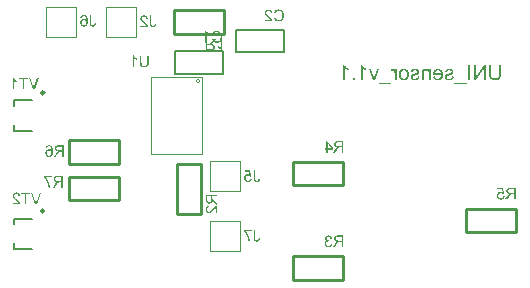
<source format=gbo>
%FSLAX44Y44*%
%MOMM*%
G71*
G01*
G75*
G04 Layer_Color=32896*
%ADD10C,0.2000*%
%ADD11C,0.3000*%
%ADD12R,1.6000X1.6000*%
%ADD13C,2.5000*%
%ADD14R,1.2000X1.2000*%
%ADD15C,1.2000*%
%ADD16R,1.6000X1.6000*%
%ADD17C,0.8000*%
%ADD18R,1.0000X0.8500*%
%ADD19R,1.0000X0.8500*%
%ADD20R,1.3000X1.3000*%
%ADD21R,1.2700X1.2700*%
%ADD22R,1.8000X0.4000*%
%ADD23R,1.3000X1.3000*%
%ADD24C,0.1000*%
%ADD25C,0.5000*%
%ADD26R,1.8000X1.8000*%
%ADD27C,2.7000*%
%ADD28R,1.4000X1.4000*%
%ADD29C,1.4000*%
%ADD30R,1.8000X1.8000*%
%ADD31C,1.0000*%
%ADD32R,1.2000X1.0500*%
%ADD33R,1.2000X1.0500*%
%ADD34R,1.5000X1.5000*%
%ADD35R,1.4700X1.4700*%
%ADD36R,2.0000X0.6000*%
%ADD37R,1.5000X1.5000*%
%ADD38C,0.2500*%
%ADD39C,0.2540*%
%ADD40C,0.1524*%
G36*
X359591Y147050D02*
Y145950D01*
X355347D01*
Y143610D01*
X354149D01*
Y145950D01*
X352824D01*
Y147050D01*
X354149D01*
Y153365D01*
X355122D01*
X359591Y147050D01*
D02*
G37*
G36*
X261896Y246599D02*
X262347Y246529D01*
X262742Y246444D01*
X262925Y246388D01*
X263094Y246331D01*
X263249Y246275D01*
X263390Y246218D01*
X263503Y246176D01*
X263616Y246134D01*
X263686Y246092D01*
X263743Y246063D01*
X263785Y246049D01*
X263799Y246035D01*
X264180Y245796D01*
X264504Y245514D01*
X264786Y245232D01*
X265026Y244950D01*
X265209Y244696D01*
X265279Y244583D01*
X265336Y244485D01*
X265392Y244414D01*
X265420Y244358D01*
X265434Y244315D01*
X265448Y244301D01*
X265646Y243864D01*
X265787Y243413D01*
X265885Y242962D01*
X265956Y242553D01*
X265984Y242370D01*
X265998Y242187D01*
X266012Y242046D01*
Y241905D01*
X266026Y241806D01*
Y241721D01*
Y241665D01*
Y241651D01*
X265998Y241144D01*
X265942Y240650D01*
X265871Y240213D01*
X265815Y240002D01*
X265815Y240000D01*
X265843D01*
Y230203D01*
X265068D01*
X264927Y230442D01*
X264772Y230668D01*
X264589Y230893D01*
X264419Y231091D01*
X264250Y231260D01*
X264123Y231401D01*
X264067Y231443D01*
X264025Y231485D01*
X264011Y231500D01*
X263997Y231514D01*
X263701Y231753D01*
X263405Y231979D01*
X263123Y232176D01*
X262841Y232331D01*
X262601Y232472D01*
X262502Y232529D01*
X262418Y232571D01*
X262347Y232613D01*
X262291Y232627D01*
X262263Y232656D01*
X262248D01*
Y233811D01*
X262460Y233727D01*
X262671Y233628D01*
X262883Y233529D01*
X263080Y233431D01*
X263249Y233346D01*
X263390Y233276D01*
X263475Y233219D01*
X263489Y233205D01*
X263503D01*
X263757Y233050D01*
X263983Y232895D01*
X264180Y232754D01*
X264335Y232627D01*
X264476Y232529D01*
X264560Y232444D01*
X264631Y232388D01*
X264645Y232374D01*
Y237727D01*
X264574Y237647D01*
X264462Y237535D01*
X264349Y237436D01*
X264250Y237351D01*
X264166Y237295D01*
X264109Y237239D01*
X264053Y237196D01*
X264025Y237182D01*
X264011Y237168D01*
X263813Y237055D01*
X263616Y236957D01*
X263193Y236802D01*
X262770Y236689D01*
X262361Y236618D01*
X262164Y236590D01*
X261995Y236562D01*
X261840Y236548D01*
X261713D01*
X261600Y236534D01*
X261445D01*
X261163Y236548D01*
X260895Y236576D01*
X260641Y236604D01*
X260402Y236661D01*
X260176Y236731D01*
X259965Y236802D01*
X259767Y236872D01*
X259584Y236957D01*
X259429Y237027D01*
X259274Y237098D01*
X259161Y237168D01*
X259048Y237239D01*
X258978Y237295D01*
X258907Y237323D01*
X258888Y237342D01*
X258696Y237068D01*
X258513Y236814D01*
X258330Y236603D01*
X258174Y236405D01*
X258034Y236264D01*
X257921Y236152D01*
X257850Y236081D01*
X257822Y236053D01*
X257709Y235968D01*
X257582Y235870D01*
X257329Y235714D01*
X257216Y235658D01*
X257131Y235602D01*
X257075Y235574D01*
X257047Y235559D01*
X257300Y235517D01*
X257540Y235475D01*
X257752Y235404D01*
X257963Y235348D01*
X258146Y235278D01*
X258316Y235193D01*
X258470Y235122D01*
X258612Y235052D01*
X258724Y234967D01*
X258837Y234897D01*
X258922Y234841D01*
X258992Y234784D01*
X259049Y234742D01*
X259091Y234699D01*
X259105Y234685D01*
X259119Y234671D01*
X259232Y234530D01*
X259345Y234389D01*
X259514Y234093D01*
X259627Y233797D01*
X259711Y233515D01*
X259767Y233276D01*
X259781Y233177D01*
Y233078D01*
X259796Y233008D01*
Y232952D01*
Y232923D01*
Y232909D01*
X259781Y232613D01*
X259739Y232345D01*
X259669Y232092D01*
X259598Y231880D01*
X259514Y231697D01*
X259457Y231556D01*
X259401Y231471D01*
X259387Y231457D01*
Y231443D01*
X259218Y231218D01*
X259049Y231020D01*
X258865Y230851D01*
X258696Y230724D01*
X258541Y230625D01*
X258414Y230569D01*
X258330Y230527D01*
X258316Y230513D01*
X258301D01*
X258174Y230470D01*
X258019Y230428D01*
X257709Y230358D01*
X257371Y230315D01*
X257061Y230273D01*
X256765Y230259D01*
X256638D01*
X256525Y230245D01*
X252000D01*
Y236703D01*
X251788D01*
Y246500D01*
X252564D01*
X252705Y246261D01*
X252860Y246035D01*
X253043Y245810D01*
X253212Y245612D01*
X253381Y245443D01*
X253508Y245302D01*
X253565Y245260D01*
X253607Y245218D01*
X253621Y245203D01*
X253635Y245189D01*
X253931Y244950D01*
X254227Y244724D01*
X254509Y244527D01*
X254791Y244372D01*
X255031Y244231D01*
X255129Y244174D01*
X255214Y244132D01*
X255285Y244090D01*
X255341Y244076D01*
X255369Y244048D01*
X255383D01*
Y242892D01*
X255172Y242976D01*
X254960Y243075D01*
X254749Y243174D01*
X254551Y243272D01*
X254382Y243357D01*
X254241Y243427D01*
X254157Y243484D01*
X254143Y243498D01*
X254128D01*
X253875Y243653D01*
X253649Y243808D01*
X253452Y243949D01*
X253297Y244076D01*
X253156Y244174D01*
X253071Y244259D01*
X253001Y244315D01*
X252987Y244329D01*
Y240000D01*
X253297D01*
Y235672D01*
X254960D01*
X255115Y235686D01*
X255228D01*
X255327Y235700D01*
X255397Y235714D01*
X255454D01*
X255482Y235729D01*
X255496D01*
X255722Y235799D01*
X255820Y235841D01*
X255905Y235884D01*
X255989Y235926D01*
X256046Y235954D01*
X256074Y235968D01*
X256088Y235982D01*
X256201Y236067D01*
X256314Y236166D01*
X256525Y236377D01*
X256624Y236476D01*
X256694Y236560D01*
X256737Y236617D01*
X256751Y236631D01*
X256892Y236828D01*
X257047Y237040D01*
X257202Y237265D01*
X257357Y237477D01*
X257484Y237674D01*
X257582Y237829D01*
X257625Y237885D01*
X257653Y237928D01*
X257681Y237956D01*
Y237970D01*
X257974Y238433D01*
X257935Y238493D01*
X257737Y238888D01*
X257653Y239071D01*
X257582Y239240D01*
X257526Y239396D01*
X257484Y239522D01*
X257441Y239635D01*
X257413Y239720D01*
X257399Y239776D01*
Y239790D01*
X258696Y240114D01*
X258752Y239889D01*
X258801Y239742D01*
X258964Y240000D01*
X260571D01*
X259564Y238409D01*
X259598Y238367D01*
X259655Y238324D01*
X259697Y238282D01*
X259711Y238268D01*
X259725Y238254D01*
X259866Y238141D01*
X260021Y238056D01*
X260331Y237901D01*
X260627Y237789D01*
X260923Y237718D01*
X261177Y237662D01*
X261276Y237647D01*
X261374D01*
X261459Y237633D01*
X261558D01*
X261882Y237647D01*
X262192Y237704D01*
X262474Y237774D01*
X262728Y237859D01*
X262925Y237943D01*
X263010Y237986D01*
X263080Y238014D01*
X263137Y238042D01*
X263179Y238070D01*
X263207Y238085D01*
X263221D01*
X263489Y238282D01*
X263715Y238493D01*
X263912Y238733D01*
X264067Y238958D01*
X264194Y239156D01*
X264278Y239325D01*
X264307Y239396D01*
X264335Y239438D01*
X264349Y239466D01*
Y239480D01*
X264462Y239847D01*
X264546Y240213D01*
X264617Y240580D01*
X264659Y240918D01*
X264673Y241073D01*
X264687Y241214D01*
Y241341D01*
X264701Y241440D01*
Y241524D01*
Y241595D01*
Y241637D01*
Y241651D01*
X264687Y242018D01*
X264659Y242356D01*
X264603Y242666D01*
X264546Y242948D01*
X264504Y243188D01*
X264476Y243286D01*
X264447Y243371D01*
X264433Y243441D01*
X264419Y243484D01*
X264405Y243512D01*
Y243526D01*
X264264Y243850D01*
X264109Y244146D01*
X263940Y244386D01*
X263757Y244597D01*
X263602Y244767D01*
X263475Y244879D01*
X263376Y244950D01*
X263362Y244978D01*
X263348D01*
X263052Y245161D01*
X262728Y245302D01*
X262418Y245401D01*
X262122Y245457D01*
X261854Y245499D01*
X261741Y245514D01*
X261642D01*
X261572Y245528D01*
X261459D01*
X261106Y245514D01*
X260782Y245457D01*
X260515Y245373D01*
X260275Y245288D01*
X260092Y245189D01*
X259951Y245119D01*
X259866Y245063D01*
X259838Y245034D01*
X259612Y244823D01*
X259401Y244583D01*
X259232Y244329D01*
X259091Y244076D01*
X258978Y243850D01*
X258936Y243737D01*
X258907Y243653D01*
X258879Y243582D01*
X258851Y243526D01*
X258837Y243498D01*
Y243484D01*
X257568Y243780D01*
X257653Y244033D01*
X257737Y244259D01*
X257850Y244471D01*
X257949Y244682D01*
X258062Y244865D01*
X258188Y245034D01*
X258301Y245203D01*
X258414Y245345D01*
X258527Y245457D01*
X258626Y245570D01*
X258724Y245669D01*
X258795Y245739D01*
X258865Y245810D01*
X258922Y245852D01*
X258950Y245866D01*
X258964Y245880D01*
X259161Y246007D01*
X259359Y246134D01*
X259556Y246233D01*
X259767Y246317D01*
X260190Y246444D01*
X260571Y246529D01*
X260754Y246571D01*
X260909Y246585D01*
X261064Y246599D01*
X261191Y246613D01*
X261290Y246627D01*
X261431D01*
X261896Y246599D01*
D02*
G37*
G36*
X305471Y264631D02*
X305710Y264617D01*
X305936Y264575D01*
X306147Y264533D01*
X306345Y264476D01*
X306528Y264420D01*
X306697Y264349D01*
X306852Y264279D01*
X306993Y264208D01*
X307106Y264138D01*
X307204Y264081D01*
X307289Y264025D01*
X307360Y263983D01*
X307402Y263941D01*
X307430Y263927D01*
X307444Y263912D01*
X307585Y263771D01*
X307712Y263616D01*
X307839Y263447D01*
X307938Y263278D01*
X308107Y262940D01*
X308220Y262601D01*
X308262Y262446D01*
X308304Y262291D01*
X308332Y262164D01*
X308361Y262052D01*
X308375Y261953D01*
Y261882D01*
X308389Y261840D01*
Y261826D01*
X307162Y261699D01*
X307134Y262023D01*
X307078Y262305D01*
X306993Y262559D01*
X306894Y262756D01*
X306810Y262926D01*
X306725Y263038D01*
X306669Y263109D01*
X306641Y263137D01*
X306429Y263306D01*
X306204Y263433D01*
X305964Y263532D01*
X305753Y263588D01*
X305555Y263630D01*
X305386Y263645D01*
X305330Y263659D01*
X305245D01*
X304949Y263645D01*
X304681Y263588D01*
X304456Y263504D01*
X304258Y263419D01*
X304103Y263320D01*
X304004Y263250D01*
X303934Y263193D01*
X303906Y263165D01*
X303737Y262968D01*
X303610Y262771D01*
X303511Y262573D01*
X303455Y262376D01*
X303412Y262221D01*
X303398Y262080D01*
X303384Y261995D01*
Y261981D01*
Y261967D01*
X303412Y261713D01*
X303469Y261445D01*
X303568Y261206D01*
X303666Y260980D01*
X303779Y260797D01*
X303878Y260642D01*
X303906Y260585D01*
X303934Y260543D01*
X303962Y260529D01*
Y260515D01*
X304075Y260360D01*
X304216Y260205D01*
X304371Y260036D01*
X304540Y259867D01*
X304893Y259528D01*
X305245Y259190D01*
X305428Y259035D01*
X305583Y258894D01*
X305739Y258767D01*
X305865Y258654D01*
X305964Y258570D01*
X306049Y258499D01*
X306105Y258457D01*
X306119Y258443D01*
X306472Y258147D01*
X306796Y257865D01*
X307064Y257611D01*
X307275Y257400D01*
X307458Y257216D01*
X307585Y257089D01*
X307656Y257005D01*
X307684Y256991D01*
Y256977D01*
X307881Y256737D01*
X308036Y256511D01*
X308177Y256286D01*
X308290Y256089D01*
X308375Y255919D01*
X308431Y255793D01*
X308459Y255708D01*
X308473Y255694D01*
Y255680D01*
X308530Y255525D01*
X308558Y255384D01*
X308586Y255243D01*
X308600Y255116D01*
X308614Y255003D01*
Y254918D01*
Y254862D01*
Y254848D01*
X302144D01*
Y256004D01*
X306951D01*
X306782Y256244D01*
X306697Y256342D01*
X306627Y256441D01*
X306556Y256525D01*
X306500Y256582D01*
X306457Y256624D01*
X306443Y256638D01*
X306373Y256709D01*
X306288Y256779D01*
X306091Y256963D01*
X305865Y257174D01*
X305626Y257386D01*
X305400Y257569D01*
X305301Y257653D01*
X305217Y257738D01*
X305146Y257794D01*
X305090Y257837D01*
X305062Y257865D01*
X305048Y257879D01*
X304822Y258076D01*
X304597Y258260D01*
X304399Y258443D01*
X304216Y258598D01*
X304047Y258753D01*
X303906Y258894D01*
X303765Y259021D01*
X303652Y259133D01*
X303539Y259246D01*
X303455Y259331D01*
X303384Y259401D01*
X303314Y259472D01*
X303243Y259556D01*
X303215Y259585D01*
X303018Y259824D01*
X302849Y260036D01*
X302708Y260247D01*
X302595Y260416D01*
X302510Y260571D01*
X302454Y260684D01*
X302426Y260755D01*
X302412Y260783D01*
X302327Y260994D01*
X302271Y261206D01*
X302214Y261403D01*
X302186Y261572D01*
X302172Y261727D01*
X302158Y261840D01*
Y261911D01*
Y261939D01*
X302172Y262150D01*
X302200Y262348D01*
X302228Y262545D01*
X302285Y262714D01*
X302426Y263053D01*
X302567Y263320D01*
X302651Y263447D01*
X302722Y263546D01*
X302792Y263645D01*
X302863Y263715D01*
X302919Y263771D01*
X302947Y263828D01*
X302975Y263842D01*
X302990Y263856D01*
X303145Y263997D01*
X303314Y264124D01*
X303497Y264223D01*
X303680Y264307D01*
X304047Y264448D01*
X304413Y264547D01*
X304568Y264575D01*
X304723Y264603D01*
X304864Y264617D01*
X304977Y264631D01*
X305076Y264645D01*
X305217D01*
X305471Y264631D01*
D02*
G37*
G36*
X200005Y259783D02*
X200245Y259769D01*
X200470Y259727D01*
X200682Y259685D01*
X200879Y259628D01*
X201063Y259572D01*
X201232Y259501D01*
X201387Y259431D01*
X201528Y259360D01*
X201640Y259290D01*
X201739Y259233D01*
X201824Y259177D01*
X201894Y259135D01*
X201936Y259093D01*
X201965Y259079D01*
X201979Y259064D01*
X202120Y258923D01*
X202247Y258768D01*
X202374Y258599D01*
X202472Y258430D01*
X202641Y258092D01*
X202754Y257753D01*
X202796Y257598D01*
X202839Y257443D01*
X202867Y257316D01*
X202895Y257204D01*
X202909Y257105D01*
Y257034D01*
X202923Y256992D01*
Y256978D01*
X201697Y256851D01*
X201669Y257175D01*
X201612Y257457D01*
X201528Y257711D01*
X201429Y257908D01*
X201344Y258078D01*
X201260Y258190D01*
X201203Y258261D01*
X201175Y258289D01*
X200964Y258458D01*
X200738Y258585D01*
X200499Y258684D01*
X200287Y258740D01*
X200090Y258782D01*
X199921Y258797D01*
X199864Y258811D01*
X199780D01*
X199484Y258797D01*
X199216Y258740D01*
X198990Y258656D01*
X198793Y258571D01*
X198638Y258472D01*
X198539Y258402D01*
X198469Y258345D01*
X198440Y258317D01*
X198271Y258120D01*
X198144Y257922D01*
X198046Y257725D01*
X197989Y257528D01*
X197947Y257373D01*
X197933Y257232D01*
X197919Y257147D01*
Y257133D01*
Y257119D01*
X197947Y256865D01*
X198003Y256597D01*
X198102Y256358D01*
X198201Y256132D01*
X198314Y255949D01*
X198412Y255794D01*
X198440Y255737D01*
X198469Y255695D01*
X198497Y255681D01*
Y255667D01*
X198610Y255512D01*
X198751Y255357D01*
X198906Y255188D01*
X199075Y255019D01*
X199427Y254680D01*
X199780Y254342D01*
X199963Y254187D01*
X200118Y254046D01*
X200273Y253919D01*
X200400Y253806D01*
X200499Y253722D01*
X200583Y253651D01*
X200640Y253609D01*
X200654Y253595D01*
X201006Y253299D01*
X201330Y253017D01*
X201598Y252763D01*
X201810Y252552D01*
X201993Y252368D01*
X202120Y252241D01*
X202190Y252157D01*
X202218Y252143D01*
Y252129D01*
X202416Y251889D01*
X202571Y251663D01*
X202712Y251438D01*
X202825Y251241D01*
X202909Y251071D01*
X202966Y250944D01*
X202994Y250860D01*
X203008Y250846D01*
Y250832D01*
X203064Y250677D01*
X203092Y250536D01*
X203121Y250395D01*
X203135Y250268D01*
X203149Y250155D01*
Y250070D01*
Y250014D01*
Y250000D01*
X196678D01*
Y251156D01*
X201485D01*
X201316Y251396D01*
X201232Y251494D01*
X201161Y251593D01*
X201091Y251678D01*
X201034Y251734D01*
X200992Y251776D01*
X200978Y251790D01*
X200907Y251861D01*
X200823Y251931D01*
X200625Y252115D01*
X200400Y252326D01*
X200160Y252537D01*
X199935Y252721D01*
X199836Y252805D01*
X199751Y252890D01*
X199681Y252946D01*
X199625Y252989D01*
X199596Y253017D01*
X199582Y253031D01*
X199357Y253228D01*
X199131Y253412D01*
X198934Y253595D01*
X198751Y253750D01*
X198581Y253905D01*
X198440Y254046D01*
X198300Y254173D01*
X198187Y254286D01*
X198074Y254398D01*
X197989Y254483D01*
X197919Y254553D01*
X197848Y254624D01*
X197778Y254708D01*
X197750Y254737D01*
X197552Y254976D01*
X197383Y255188D01*
X197242Y255399D01*
X197129Y255568D01*
X197045Y255723D01*
X196989Y255836D01*
X196960Y255907D01*
X196946Y255935D01*
X196862Y256146D01*
X196805Y256358D01*
X196749Y256555D01*
X196721Y256724D01*
X196707Y256879D01*
X196692Y256992D01*
Y257063D01*
Y257091D01*
X196707Y257302D01*
X196735Y257500D01*
X196763Y257697D01*
X196819Y257866D01*
X196960Y258204D01*
X197101Y258472D01*
X197186Y258599D01*
X197256Y258698D01*
X197327Y258797D01*
X197397Y258867D01*
X197454Y258923D01*
X197482Y258980D01*
X197510Y258994D01*
X197524Y259008D01*
X197679Y259149D01*
X197848Y259276D01*
X198032Y259375D01*
X198215Y259459D01*
X198581Y259600D01*
X198948Y259699D01*
X199103Y259727D01*
X199258Y259755D01*
X199399Y259769D01*
X199512Y259783D01*
X199611Y259797D01*
X199751D01*
X200005Y259783D01*
D02*
G37*
G36*
X314042Y264744D02*
X314493Y264674D01*
X314887Y264589D01*
X315071Y264533D01*
X315240Y264476D01*
X315395Y264420D01*
X315536Y264363D01*
X315649Y264321D01*
X315761Y264279D01*
X315832Y264237D01*
X315888Y264208D01*
X315931Y264194D01*
X315945Y264180D01*
X316325Y263941D01*
X316649Y263659D01*
X316931Y263377D01*
X317171Y263095D01*
X317354Y262841D01*
X317425Y262728D01*
X317481Y262630D01*
X317538Y262559D01*
X317566Y262503D01*
X317580Y262460D01*
X317594Y262446D01*
X317791Y262009D01*
X317932Y261558D01*
X318031Y261107D01*
X318102Y260698D01*
X318130Y260515D01*
X318144Y260332D01*
X318158Y260191D01*
Y260050D01*
X318172Y259951D01*
Y259867D01*
Y259810D01*
Y259796D01*
X318144Y259289D01*
X318087Y258795D01*
X318017Y258358D01*
X317961Y258147D01*
X317918Y257963D01*
X317876Y257794D01*
X317820Y257639D01*
X317777Y257498D01*
X317749Y257386D01*
X317707Y257301D01*
X317693Y257230D01*
X317665Y257188D01*
Y257174D01*
X317453Y256751D01*
X317213Y256371D01*
X316960Y256046D01*
X316833Y255919D01*
X316720Y255793D01*
X316607Y255680D01*
X316495Y255581D01*
X316396Y255497D01*
X316311Y255440D01*
X316255Y255384D01*
X316198Y255341D01*
X316170Y255327D01*
X316156Y255313D01*
X315959Y255200D01*
X315761Y255102D01*
X315338Y254947D01*
X314916Y254834D01*
X314507Y254763D01*
X314309Y254735D01*
X314140Y254707D01*
X313985Y254693D01*
X313858D01*
X313745Y254679D01*
X313591D01*
X313309Y254693D01*
X313041Y254721D01*
X312787Y254749D01*
X312547Y254806D01*
X312322Y254876D01*
X312110Y254947D01*
X311913Y255017D01*
X311730Y255102D01*
X311575Y255172D01*
X311420Y255243D01*
X311307Y255313D01*
X311194Y255384D01*
X311124Y255440D01*
X311053Y255468D01*
X311025Y255497D01*
X311011Y255511D01*
X310813Y255680D01*
X310644Y255849D01*
X310489Y256046D01*
X310334Y256244D01*
X310080Y256638D01*
X309883Y257033D01*
X309798Y257216D01*
X309728Y257386D01*
X309671Y257540D01*
X309629Y257667D01*
X309587Y257780D01*
X309559Y257865D01*
X309545Y257921D01*
Y257935D01*
X310842Y258260D01*
X310898Y258034D01*
X310968Y257822D01*
X311039Y257625D01*
X311109Y257442D01*
X311194Y257273D01*
X311279Y257132D01*
X311377Y256991D01*
X311462Y256864D01*
X311532Y256751D01*
X311617Y256667D01*
X311687Y256582D01*
X311744Y256511D01*
X311800Y256469D01*
X311842Y256427D01*
X311857Y256413D01*
X311871Y256399D01*
X312012Y256286D01*
X312167Y256201D01*
X312477Y256046D01*
X312773Y255933D01*
X313069Y255863D01*
X313323Y255807D01*
X313421Y255793D01*
X313520D01*
X313605Y255778D01*
X313703D01*
X314028Y255793D01*
X314338Y255849D01*
X314620Y255919D01*
X314873Y256004D01*
X315071Y256089D01*
X315155Y256131D01*
X315226Y256159D01*
X315282Y256187D01*
X315324Y256215D01*
X315353Y256229D01*
X315367D01*
X315634Y256427D01*
X315860Y256638D01*
X316057Y256878D01*
X316213Y257104D01*
X316339Y257301D01*
X316424Y257470D01*
X316452Y257540D01*
X316480Y257583D01*
X316495Y257611D01*
Y257625D01*
X316607Y257992D01*
X316692Y258358D01*
X316762Y258725D01*
X316805Y259063D01*
X316819Y259218D01*
X316833Y259359D01*
Y259486D01*
X316847Y259585D01*
Y259669D01*
Y259740D01*
Y259782D01*
Y259796D01*
X316833Y260163D01*
X316805Y260501D01*
X316748Y260811D01*
X316692Y261093D01*
X316649Y261333D01*
X316621Y261431D01*
X316593Y261516D01*
X316579Y261586D01*
X316565Y261629D01*
X316551Y261657D01*
Y261671D01*
X316410Y261995D01*
X316255Y262291D01*
X316086Y262531D01*
X315902Y262742D01*
X315747Y262911D01*
X315620Y263024D01*
X315522Y263095D01*
X315508Y263123D01*
X315494D01*
X315198Y263306D01*
X314873Y263447D01*
X314563Y263546D01*
X314267Y263602D01*
X313999Y263645D01*
X313887Y263659D01*
X313788D01*
X313717Y263673D01*
X313605D01*
X313252Y263659D01*
X312928Y263602D01*
X312660Y263518D01*
X312420Y263433D01*
X312237Y263334D01*
X312096Y263264D01*
X312012Y263207D01*
X311983Y263179D01*
X311758Y262968D01*
X311546Y262728D01*
X311377Y262474D01*
X311236Y262221D01*
X311124Y261995D01*
X311081Y261882D01*
X311053Y261798D01*
X311025Y261727D01*
X310997Y261671D01*
X310982Y261643D01*
Y261629D01*
X309714Y261925D01*
X309798Y262178D01*
X309883Y262404D01*
X309996Y262616D01*
X310094Y262827D01*
X310207Y263010D01*
X310334Y263179D01*
X310447Y263349D01*
X310560Y263489D01*
X310672Y263602D01*
X310771Y263715D01*
X310870Y263814D01*
X310940Y263884D01*
X311011Y263955D01*
X311067Y263997D01*
X311095Y264011D01*
X311109Y264025D01*
X311307Y264152D01*
X311504Y264279D01*
X311702Y264378D01*
X311913Y264462D01*
X312336Y264589D01*
X312717Y264674D01*
X312900Y264716D01*
X313055Y264730D01*
X313210Y264744D01*
X313337Y264758D01*
X313435Y264772D01*
X313576D01*
X314042Y264744D01*
D02*
G37*
G36*
X132000Y140000D02*
X130703D01*
Y144328D01*
X129040D01*
X128885Y144314D01*
X128772D01*
X128673Y144300D01*
X128603Y144285D01*
X128546D01*
X128518Y144271D01*
X128504D01*
X128278Y144201D01*
X128180Y144159D01*
X128095Y144116D01*
X128011Y144074D01*
X127954Y144046D01*
X127926Y144032D01*
X127912Y144018D01*
X127799Y143933D01*
X127686Y143834D01*
X127475Y143623D01*
X127376Y143524D01*
X127306Y143440D01*
X127263Y143383D01*
X127249Y143369D01*
X127108Y143172D01*
X126953Y142960D01*
X126798Y142735D01*
X126643Y142523D01*
X126516Y142326D01*
X126418Y142171D01*
X126375Y142114D01*
X126347Y142072D01*
X126319Y142044D01*
Y142030D01*
X125036Y140000D01*
X123429D01*
X125107Y142650D01*
X125304Y142932D01*
X125487Y143186D01*
X125670Y143397D01*
X125826Y143595D01*
X125967Y143736D01*
X126079Y143848D01*
X126150Y143919D01*
X126178Y143947D01*
X126291Y144032D01*
X126418Y144130D01*
X126671Y144285D01*
X126784Y144342D01*
X126869Y144398D01*
X126925Y144426D01*
X126953Y144441D01*
X126699Y144483D01*
X126460Y144525D01*
X126248Y144596D01*
X126037Y144652D01*
X125854Y144722D01*
X125684Y144807D01*
X125529Y144878D01*
X125388Y144948D01*
X125276Y145033D01*
X125163Y145103D01*
X125078Y145160D01*
X125008Y145216D01*
X124951Y145258D01*
X124909Y145301D01*
X124895Y145315D01*
X124881Y145329D01*
X124768Y145470D01*
X124656Y145611D01*
X124486Y145907D01*
X124374Y146203D01*
X124289Y146485D01*
X124233Y146724D01*
X124218Y146823D01*
Y146922D01*
X124204Y146992D01*
Y147049D01*
Y147077D01*
Y147091D01*
X124218Y147387D01*
X124261Y147655D01*
X124331Y147908D01*
X124402Y148120D01*
X124486Y148303D01*
X124543Y148444D01*
X124599Y148529D01*
X124613Y148543D01*
Y148557D01*
X124782Y148782D01*
X124951Y148980D01*
X125135Y149149D01*
X125304Y149276D01*
X125459Y149375D01*
X125586Y149431D01*
X125670Y149473D01*
X125684Y149487D01*
X125699D01*
X125826Y149530D01*
X125981Y149572D01*
X126291Y149642D01*
X126629Y149685D01*
X126939Y149727D01*
X127235Y149741D01*
X127362D01*
X127475Y149755D01*
X132000D01*
Y140000D01*
D02*
G37*
G36*
X131000Y114000D02*
X129703D01*
Y118328D01*
X128040D01*
X127885Y118314D01*
X127772D01*
X127673Y118300D01*
X127603Y118286D01*
X127546D01*
X127518Y118271D01*
X127504D01*
X127278Y118201D01*
X127180Y118159D01*
X127095Y118116D01*
X127010Y118074D01*
X126954Y118046D01*
X126926Y118032D01*
X126912Y118018D01*
X126799Y117933D01*
X126686Y117834D01*
X126475Y117623D01*
X126376Y117524D01*
X126306Y117440D01*
X126263Y117383D01*
X126249Y117369D01*
X126108Y117172D01*
X125953Y116960D01*
X125798Y116735D01*
X125643Y116523D01*
X125516Y116326D01*
X125418Y116171D01*
X125375Y116115D01*
X125347Y116072D01*
X125319Y116044D01*
Y116030D01*
X124036Y114000D01*
X122429D01*
X124107Y116650D01*
X124304Y116932D01*
X124487Y117186D01*
X124670Y117397D01*
X124825Y117595D01*
X124966Y117736D01*
X125079Y117849D01*
X125150Y117919D01*
X125178Y117947D01*
X125291Y118032D01*
X125418Y118130D01*
X125671Y118286D01*
X125784Y118342D01*
X125869Y118398D01*
X125925Y118427D01*
X125953Y118441D01*
X125700Y118483D01*
X125460Y118525D01*
X125248Y118596D01*
X125037Y118652D01*
X124854Y118722D01*
X124684Y118807D01*
X124529Y118878D01*
X124389Y118948D01*
X124276Y119033D01*
X124163Y119103D01*
X124078Y119159D01*
X124008Y119216D01*
X123952Y119258D01*
X123909Y119300D01*
X123895Y119315D01*
X123881Y119329D01*
X123768Y119470D01*
X123656Y119611D01*
X123486Y119907D01*
X123373Y120203D01*
X123289Y120485D01*
X123232Y120724D01*
X123218Y120823D01*
Y120922D01*
X123204Y120992D01*
Y121048D01*
Y121077D01*
Y121091D01*
X123218Y121387D01*
X123261Y121655D01*
X123331Y121908D01*
X123402Y122120D01*
X123486Y122303D01*
X123543Y122444D01*
X123599Y122529D01*
X123613Y122543D01*
Y122557D01*
X123782Y122782D01*
X123952Y122980D01*
X124135Y123149D01*
X124304Y123276D01*
X124459Y123375D01*
X124586Y123431D01*
X124670Y123473D01*
X124684Y123487D01*
X124699D01*
X124825Y123530D01*
X124981Y123572D01*
X125291Y123642D01*
X125629Y123685D01*
X125939Y123727D01*
X126235Y123741D01*
X126362D01*
X126475Y123755D01*
X131000D01*
Y114000D01*
D02*
G37*
G36*
X514406Y103908D02*
X513109D01*
Y108236D01*
X511446D01*
X511291Y108222D01*
X511178D01*
X511079Y108208D01*
X511009Y108194D01*
X510952D01*
X510924Y108179D01*
X510910D01*
X510684Y108109D01*
X510586Y108067D01*
X510501Y108024D01*
X510417Y107982D01*
X510360Y107954D01*
X510332Y107940D01*
X510318Y107926D01*
X510205Y107841D01*
X510092Y107742D01*
X509881Y107531D01*
X509782Y107432D01*
X509712Y107348D01*
X509669Y107291D01*
X509655Y107277D01*
X509514Y107080D01*
X509359Y106868D01*
X509204Y106643D01*
X509049Y106431D01*
X508922Y106234D01*
X508824Y106079D01*
X508781Y106023D01*
X508753Y105980D01*
X508725Y105952D01*
Y105938D01*
X507442Y103908D01*
X505835D01*
X507513Y106558D01*
X507710Y106840D01*
X507893Y107094D01*
X508077Y107305D01*
X508232Y107503D01*
X508372Y107644D01*
X508485Y107757D01*
X508556Y107827D01*
X508584Y107855D01*
X508697Y107940D01*
X508824Y108038D01*
X509077Y108194D01*
X509190Y108250D01*
X509275Y108306D01*
X509331Y108335D01*
X509359Y108349D01*
X509105Y108391D01*
X508866Y108433D01*
X508654Y108504D01*
X508443Y108560D01*
X508260Y108631D01*
X508091Y108715D01*
X507935Y108786D01*
X507794Y108856D01*
X507682Y108941D01*
X507569Y109011D01*
X507484Y109067D01*
X507414Y109124D01*
X507357Y109166D01*
X507315Y109208D01*
X507301Y109223D01*
X507287Y109237D01*
X507174Y109378D01*
X507062Y109519D01*
X506892Y109815D01*
X506780Y110111D01*
X506695Y110393D01*
X506639Y110632D01*
X506624Y110731D01*
Y110830D01*
X506610Y110900D01*
Y110956D01*
Y110985D01*
Y110999D01*
X506624Y111295D01*
X506667Y111563D01*
X506737Y111816D01*
X506808Y112028D01*
X506892Y112211D01*
X506949Y112352D01*
X507005Y112437D01*
X507019Y112451D01*
Y112465D01*
X507188Y112690D01*
X507357Y112888D01*
X507541Y113057D01*
X507710Y113184D01*
X507865Y113282D01*
X507992Y113339D01*
X508077Y113381D01*
X508091Y113395D01*
X508105D01*
X508232Y113438D01*
X508387Y113480D01*
X508697Y113550D01*
X509035Y113593D01*
X509345Y113635D01*
X509641Y113649D01*
X509768D01*
X509881Y113663D01*
X514406D01*
Y103908D01*
D02*
G37*
G36*
X121583Y122472D02*
X116804D01*
X117143Y122064D01*
X117467Y121627D01*
X117749Y121204D01*
X118017Y120795D01*
X118129Y120611D01*
X118228Y120442D01*
X118327Y120287D01*
X118397Y120160D01*
X118454Y120048D01*
X118496Y119977D01*
X118524Y119921D01*
X118538Y119907D01*
X118820Y119343D01*
X119074Y118779D01*
X119285Y118243D01*
X119370Y118004D01*
X119454Y117764D01*
X119539Y117552D01*
X119595Y117355D01*
X119652Y117186D01*
X119694Y117045D01*
X119736Y116918D01*
X119765Y116833D01*
X119779Y116777D01*
Y116763D01*
X119920Y116185D01*
X119976Y115903D01*
X120018Y115649D01*
X120061Y115410D01*
X120103Y115170D01*
X120131Y114973D01*
X120159Y114775D01*
X120174Y114606D01*
X120188Y114451D01*
X120202Y114310D01*
Y114197D01*
X120216Y114113D01*
Y114056D01*
Y114014D01*
Y114000D01*
X118989D01*
X118947Y114536D01*
X118877Y115029D01*
X118806Y115480D01*
X118764Y115692D01*
X118722Y115889D01*
X118693Y116058D01*
X118651Y116213D01*
X118623Y116354D01*
X118595Y116467D01*
X118566Y116552D01*
X118552Y116622D01*
X118538Y116664D01*
Y116678D01*
X118327Y117327D01*
X118101Y117933D01*
X117989Y118229D01*
X117876Y118511D01*
X117749Y118765D01*
X117636Y119018D01*
X117537Y119244D01*
X117439Y119441D01*
X117354Y119611D01*
X117284Y119766D01*
X117213Y119893D01*
X117171Y119977D01*
X117143Y120034D01*
X117128Y120048D01*
X116959Y120344D01*
X116790Y120640D01*
X116621Y120907D01*
X116452Y121161D01*
X116297Y121387D01*
X116142Y121612D01*
X115987Y121810D01*
X115860Y121979D01*
X115733Y122148D01*
X115620Y122289D01*
X115507Y122402D01*
X115423Y122500D01*
X115366Y122585D01*
X115310Y122641D01*
X115282Y122670D01*
X115268Y122684D01*
Y123628D01*
X121583D01*
Y122472D01*
D02*
G37*
G36*
X504862Y108518D02*
X503735Y108363D01*
X503636Y108518D01*
X503509Y108645D01*
X503396Y108771D01*
X503284Y108870D01*
X503171Y108941D01*
X503086Y109011D01*
X503030Y109039D01*
X503016Y109053D01*
X502832Y109138D01*
X502649Y109208D01*
X502480Y109251D01*
X502311Y109293D01*
X502170Y109307D01*
X502057Y109321D01*
X501789D01*
X501620Y109293D01*
X501324Y109223D01*
X501070Y109124D01*
X500845Y109025D01*
X500676Y108912D01*
X500549Y108814D01*
X500478Y108743D01*
X500450Y108729D01*
Y108715D01*
X500253Y108475D01*
X500112Y108222D01*
X500013Y107954D01*
X499943Y107686D01*
X499900Y107460D01*
X499886Y107362D01*
Y107277D01*
X499872Y107207D01*
Y107150D01*
Y107122D01*
Y107108D01*
Y106911D01*
X499900Y106727D01*
X499971Y106375D01*
X500069Y106079D01*
X500168Y105839D01*
X500281Y105642D01*
X500379Y105487D01*
X500422Y105445D01*
X500450Y105402D01*
X500464Y105388D01*
X500478Y105374D01*
X500591Y105261D01*
X500704Y105163D01*
X500957Y104993D01*
X501197Y104881D01*
X501437Y104810D01*
X501634Y104754D01*
X501803Y104740D01*
X501860Y104726D01*
X501944D01*
X502212Y104740D01*
X502452Y104796D01*
X502663Y104867D01*
X502832Y104951D01*
X502987Y105036D01*
X503100Y105106D01*
X503157Y105163D01*
X503185Y105177D01*
X503354Y105374D01*
X503495Y105585D01*
X503608Y105825D01*
X503692Y106037D01*
X503749Y106248D01*
X503791Y106403D01*
X503805Y106474D01*
X503819Y106516D01*
Y106544D01*
Y106558D01*
X505074Y106460D01*
X505046Y106234D01*
X505003Y106023D01*
X504876Y105628D01*
X504721Y105289D01*
X504637Y105134D01*
X504552Y105008D01*
X504482Y104881D01*
X504397Y104768D01*
X504327Y104683D01*
X504256Y104613D01*
X504200Y104557D01*
X504172Y104500D01*
X504143Y104486D01*
X504129Y104472D01*
X503960Y104345D01*
X503791Y104232D01*
X503608Y104134D01*
X503424Y104049D01*
X503072Y103922D01*
X502720Y103837D01*
X502565Y103795D01*
X502410Y103781D01*
X502283Y103767D01*
X502170Y103753D01*
X502071Y103739D01*
X501944D01*
X501648Y103753D01*
X501366Y103795D01*
X501098Y103852D01*
X500859Y103922D01*
X500633Y104021D01*
X500422Y104120D01*
X500224Y104218D01*
X500055Y104331D01*
X499900Y104444D01*
X499759Y104542D01*
X499646Y104655D01*
X499548Y104740D01*
X499477Y104810D01*
X499421Y104867D01*
X499393Y104909D01*
X499379Y104923D01*
X499238Y105106D01*
X499125Y105304D01*
X499012Y105487D01*
X498927Y105684D01*
X498787Y106065D01*
X498702Y106431D01*
X498674Y106586D01*
X498646Y106742D01*
X498632Y106868D01*
X498617Y106981D01*
X498603Y107080D01*
Y107150D01*
Y107193D01*
Y107207D01*
X498617Y107460D01*
X498646Y107700D01*
X498688Y107940D01*
X498744Y108151D01*
X498815Y108349D01*
X498885Y108546D01*
X498970Y108715D01*
X499040Y108870D01*
X499125Y109011D01*
X499209Y109138D01*
X499280Y109237D01*
X499350Y109335D01*
X499407Y109406D01*
X499449Y109448D01*
X499477Y109476D01*
X499491Y109490D01*
X499660Y109646D01*
X499830Y109786D01*
X500013Y109899D01*
X500196Y109998D01*
X500379Y110097D01*
X500563Y110167D01*
X500901Y110266D01*
X501056Y110308D01*
X501197Y110336D01*
X501324Y110350D01*
X501437Y110364D01*
X501521Y110379D01*
X501832D01*
X502001Y110350D01*
X502339Y110280D01*
X502649Y110181D01*
X502931Y110068D01*
X503157Y109956D01*
X503255Y109899D01*
X503340Y109857D01*
X503410Y109815D01*
X503453Y109786D01*
X503481Y109772D01*
X503495Y109758D01*
X502973Y112394D01*
X499068D01*
Y113536D01*
X503918D01*
X504862Y108518D01*
D02*
G37*
G36*
X119496Y149783D02*
X119764Y149755D01*
X120017Y149699D01*
X120257Y149628D01*
X120469Y149530D01*
X120680Y149445D01*
X120863Y149332D01*
X121032Y149234D01*
X121173Y149135D01*
X121314Y149022D01*
X121427Y148938D01*
X121512Y148853D01*
X121582Y148768D01*
X121639Y148712D01*
X121667Y148684D01*
X121681Y148670D01*
X121864Y148416D01*
X122019Y148120D01*
X122160Y147810D01*
X122287Y147486D01*
X122386Y147147D01*
X122470Y146809D01*
X122541Y146456D01*
X122597Y146132D01*
X122640Y145808D01*
X122668Y145512D01*
X122696Y145244D01*
X122710Y145019D01*
Y144821D01*
X122724Y144680D01*
Y144624D01*
Y144581D01*
Y144567D01*
Y144553D01*
X122710Y144102D01*
X122682Y143679D01*
X122640Y143285D01*
X122569Y142918D01*
X122499Y142594D01*
X122428Y142298D01*
X122344Y142030D01*
X122245Y141790D01*
X122160Y141593D01*
X122076Y141410D01*
X122005Y141269D01*
X121921Y141142D01*
X121864Y141043D01*
X121822Y140987D01*
X121794Y140944D01*
X121780Y140930D01*
X121596Y140733D01*
X121399Y140564D01*
X121202Y140423D01*
X121004Y140296D01*
X120793Y140183D01*
X120596Y140099D01*
X120398Y140028D01*
X120201Y139972D01*
X120032Y139930D01*
X119862Y139887D01*
X119721Y139859D01*
X119595Y139845D01*
X119482D01*
X119411Y139831D01*
X119341D01*
X119017Y139845D01*
X118721Y139901D01*
X118453Y139958D01*
X118213Y140042D01*
X118030Y140113D01*
X117889Y140183D01*
X117832Y140197D01*
X117790Y140226D01*
X117776Y140240D01*
X117762D01*
X117522Y140409D01*
X117297Y140606D01*
X117114Y140803D01*
X116959Y141001D01*
X116832Y141184D01*
X116747Y141325D01*
X116719Y141382D01*
X116691Y141424D01*
X116677Y141438D01*
Y141452D01*
X116536Y141748D01*
X116437Y142058D01*
X116366Y142340D01*
X116324Y142608D01*
X116282Y142833D01*
Y142918D01*
X116268Y143003D01*
Y143073D01*
Y143115D01*
Y143144D01*
Y143158D01*
X116282Y143412D01*
X116310Y143651D01*
X116352Y143891D01*
X116395Y144102D01*
X116465Y144300D01*
X116536Y144497D01*
X116606Y144666D01*
X116691Y144821D01*
X116775Y144962D01*
X116846Y145089D01*
X116916Y145188D01*
X116987Y145286D01*
X117029Y145357D01*
X117071Y145399D01*
X117100Y145427D01*
X117114Y145441D01*
X117269Y145597D01*
X117438Y145737D01*
X117621Y145850D01*
X117790Y145949D01*
X117959Y146048D01*
X118128Y146118D01*
X118453Y146217D01*
X118594Y146259D01*
X118735Y146287D01*
X118848Y146301D01*
X118960Y146315D01*
X119045Y146330D01*
X119158D01*
X119411Y146315D01*
X119651Y146273D01*
X119877Y146231D01*
X120074Y146174D01*
X120243Y146104D01*
X120370Y146062D01*
X120455Y146019D01*
X120469Y146005D01*
X120483D01*
X120708Y145864D01*
X120906Y145709D01*
X121089Y145554D01*
X121230Y145385D01*
X121357Y145244D01*
X121455Y145131D01*
X121512Y145047D01*
X121526Y145033D01*
Y145286D01*
X121512Y145540D01*
X121498Y145766D01*
X121469Y145991D01*
X121455Y146189D01*
X121427Y146372D01*
X121399Y146541D01*
X121357Y146696D01*
X121329Y146837D01*
X121300Y146950D01*
X121272Y147049D01*
X121258Y147133D01*
X121230Y147190D01*
X121216Y147232D01*
X121202Y147260D01*
Y147274D01*
X121061Y147556D01*
X120920Y147810D01*
X120765Y148007D01*
X120624Y148176D01*
X120497Y148317D01*
X120398Y148416D01*
X120328Y148472D01*
X120300Y148486D01*
X120130Y148599D01*
X119961Y148670D01*
X119792Y148726D01*
X119623Y148768D01*
X119496Y148797D01*
X119383Y148811D01*
X119284D01*
X119031Y148782D01*
X118791Y148726D01*
X118594Y148642D01*
X118411Y148557D01*
X118270Y148458D01*
X118171Y148374D01*
X118114Y148317D01*
X118086Y148289D01*
X117988Y148162D01*
X117889Y148007D01*
X117804Y147838D01*
X117748Y147669D01*
X117691Y147514D01*
X117649Y147387D01*
X117635Y147302D01*
X117621Y147288D01*
Y147274D01*
X116423Y147373D01*
X116507Y147767D01*
X116634Y148120D01*
X116775Y148430D01*
X116930Y148684D01*
X117085Y148881D01*
X117142Y148966D01*
X117212Y149036D01*
X117254Y149079D01*
X117297Y149121D01*
X117311Y149135D01*
X117325Y149149D01*
X117466Y149262D01*
X117621Y149360D01*
X117931Y149530D01*
X118241Y149642D01*
X118537Y149713D01*
X118805Y149769D01*
X118918Y149783D01*
X119017D01*
X119101Y149797D01*
X119214D01*
X119496Y149783D01*
D02*
G37*
G36*
X205898Y253031D02*
Y252735D01*
X205926Y252481D01*
X205940Y252270D01*
X205968Y252101D01*
X205996Y251974D01*
X206010Y251875D01*
X206039Y251819D01*
Y251804D01*
X206095Y251663D01*
X206166Y251551D01*
X206250Y251452D01*
X206321Y251353D01*
X206405Y251297D01*
X206462Y251241D01*
X206504Y251212D01*
X206518Y251198D01*
X206659Y251128D01*
X206800Y251071D01*
X206941Y251043D01*
X207068Y251015D01*
X207195Y251001D01*
X207279Y250987D01*
X207364D01*
X207589Y251001D01*
X207801Y251057D01*
X207970Y251114D01*
X208125Y251198D01*
X208238Y251269D01*
X208322Y251339D01*
X208379Y251381D01*
X208393Y251396D01*
X208463Y251480D01*
X208520Y251579D01*
X208604Y251804D01*
X208689Y252058D01*
X208731Y252312D01*
X208773Y252552D01*
Y252650D01*
X208788Y252735D01*
X208802Y252819D01*
Y252876D01*
Y252904D01*
Y252918D01*
X209972Y252749D01*
Y252481D01*
X209958Y252241D01*
X209915Y252002D01*
X209887Y251790D01*
X209831Y251593D01*
X209774Y251424D01*
X209718Y251255D01*
X209662Y251114D01*
X209591Y250987D01*
X209535Y250874D01*
X209478Y250775D01*
X209422Y250705D01*
X209380Y250648D01*
X209352Y250592D01*
X209337Y250578D01*
X209323Y250564D01*
X209182Y250437D01*
X209041Y250324D01*
X208886Y250226D01*
X208717Y250141D01*
X208393Y250014D01*
X208083Y249930D01*
X207787Y249873D01*
X207674Y249859D01*
X207561Y249845D01*
X207477Y249831D01*
X207350D01*
X207040Y249845D01*
X206758Y249887D01*
X206504Y249944D01*
X206278Y250014D01*
X206095Y250070D01*
X205968Y250127D01*
X205884Y250169D01*
X205856Y250183D01*
X205630Y250324D01*
X205433Y250493D01*
X205278Y250663D01*
X205137Y250818D01*
X205038Y250973D01*
X204967Y251085D01*
X204925Y251170D01*
X204911Y251184D01*
Y251198D01*
X204812Y251480D01*
X204728Y251776D01*
X204671Y252101D01*
X204643Y252411D01*
X204615Y252678D01*
Y252791D01*
X204601Y252904D01*
Y252989D01*
Y253045D01*
Y253087D01*
Y253101D01*
Y259755D01*
X205898D01*
Y253031D01*
D02*
G37*
G36*
X262000Y106703D02*
X257672D01*
Y105209D01*
Y105040D01*
X257686Y104885D01*
Y104772D01*
X257700Y104673D01*
X257715Y104603D01*
Y104546D01*
X257729Y104518D01*
Y104504D01*
X257799Y104278D01*
X257841Y104180D01*
X257884Y104095D01*
X257926Y104011D01*
X257954Y103954D01*
X257968Y103926D01*
X257982Y103912D01*
X258067Y103799D01*
X258166Y103686D01*
X258377Y103475D01*
X258476Y103376D01*
X258560Y103306D01*
X258617Y103263D01*
X258631Y103249D01*
X258828Y103108D01*
X259040Y102953D01*
X259265Y102798D01*
X259477Y102643D01*
X259674Y102516D01*
X259829Y102418D01*
X259886Y102375D01*
X259928Y102347D01*
X259956Y102319D01*
X259970D01*
X262000Y101036D01*
Y99429D01*
X259350Y101107D01*
X259068Y101304D01*
X258814Y101487D01*
X258603Y101671D01*
X258405Y101826D01*
X258264Y101966D01*
X258151Y102079D01*
X258081Y102150D01*
X258053Y102178D01*
X257968Y102291D01*
X257870Y102418D01*
X257715Y102671D01*
X257658Y102784D01*
X257602Y102869D01*
X257574Y102925D01*
X257560Y102953D01*
X257517Y102699D01*
X257475Y102460D01*
X257404Y102248D01*
X257348Y102037D01*
X257278Y101854D01*
X257193Y101685D01*
X257122Y101530D01*
X257052Y101389D01*
X256967Y101276D01*
X256897Y101163D01*
X256840Y101078D01*
X256784Y101008D01*
X256742Y100951D01*
X256700Y100909D01*
X256685Y100895D01*
X256671Y100881D01*
X256530Y100768D01*
X256389Y100655D01*
X256093Y100486D01*
X255797Y100373D01*
X255515Y100289D01*
X255276Y100233D01*
X255177Y100218D01*
X255078D01*
X255008Y100204D01*
X254909D01*
X254613Y100218D01*
X254345Y100261D01*
X254092Y100331D01*
X253880Y100402D01*
X253697Y100486D01*
X253556Y100543D01*
X253471Y100599D01*
X253457Y100613D01*
X253443D01*
X253218Y100782D01*
X253020Y100951D01*
X252851Y101135D01*
X252724Y101304D01*
X252626Y101459D01*
X252569Y101586D01*
X252527Y101671D01*
X252513Y101685D01*
Y101699D01*
X252470Y101826D01*
X252428Y101981D01*
X252358Y102291D01*
X252315Y102629D01*
X252273Y102939D01*
X252259Y103235D01*
Y103362D01*
X252245Y103475D01*
Y103560D01*
Y103630D01*
Y103672D01*
Y103686D01*
Y108000D01*
X262000D01*
Y106703D01*
D02*
G37*
G36*
X293898Y71431D02*
Y71135D01*
X293926Y70881D01*
X293940Y70670D01*
X293968Y70500D01*
X293996Y70374D01*
X294011Y70275D01*
X294039Y70219D01*
Y70204D01*
X294095Y70064D01*
X294166Y69951D01*
X294250Y69852D01*
X294321Y69753D01*
X294405Y69697D01*
X294462Y69641D01*
X294504Y69612D01*
X294518Y69598D01*
X294659Y69528D01*
X294800Y69471D01*
X294941Y69443D01*
X295068Y69415D01*
X295195Y69401D01*
X295279Y69387D01*
X295364D01*
X295589Y69401D01*
X295801Y69457D01*
X295970Y69514D01*
X296125Y69598D01*
X296238Y69669D01*
X296322Y69739D01*
X296379Y69781D01*
X296393Y69796D01*
X296463Y69880D01*
X296520Y69979D01*
X296604Y70204D01*
X296689Y70458D01*
X296731Y70712D01*
X296773Y70952D01*
Y71050D01*
X296788Y71135D01*
X296802Y71219D01*
Y71276D01*
Y71304D01*
Y71318D01*
X297972Y71149D01*
Y70881D01*
X297958Y70641D01*
X297915Y70402D01*
X297887Y70190D01*
X297831Y69993D01*
X297774Y69824D01*
X297718Y69655D01*
X297662Y69514D01*
X297591Y69387D01*
X297535Y69274D01*
X297478Y69175D01*
X297422Y69105D01*
X297380Y69049D01*
X297351Y68992D01*
X297337Y68978D01*
X297323Y68964D01*
X297182Y68837D01*
X297041Y68724D01*
X296886Y68626D01*
X296717Y68541D01*
X296393Y68414D01*
X296083Y68330D01*
X295787Y68273D01*
X295674Y68259D01*
X295561Y68245D01*
X295477Y68231D01*
X295350D01*
X295040Y68245D01*
X294758Y68287D01*
X294504Y68344D01*
X294278Y68414D01*
X294095Y68471D01*
X293968Y68527D01*
X293884Y68569D01*
X293855Y68583D01*
X293630Y68724D01*
X293433Y68893D01*
X293277Y69063D01*
X293137Y69218D01*
X293038Y69373D01*
X292967Y69486D01*
X292925Y69570D01*
X292911Y69584D01*
Y69598D01*
X292812Y69880D01*
X292728Y70176D01*
X292671Y70500D01*
X292643Y70811D01*
X292615Y71078D01*
Y71191D01*
X292601Y71304D01*
Y71389D01*
Y71445D01*
Y71487D01*
Y71501D01*
Y78155D01*
X293898D01*
Y71431D01*
D02*
G37*
G36*
X262000Y92366D02*
X260844D01*
Y97174D01*
X260604Y97004D01*
X260506Y96920D01*
X260407Y96849D01*
X260322Y96779D01*
X260266Y96722D01*
X260224Y96680D01*
X260210Y96666D01*
X260139Y96595D01*
X260069Y96511D01*
X259886Y96314D01*
X259674Y96088D01*
X259463Y95848D01*
X259279Y95623D01*
X259195Y95524D01*
X259110Y95440D01*
X259054Y95369D01*
X259011Y95313D01*
X258983Y95285D01*
X258969Y95270D01*
X258772Y95045D01*
X258589Y94819D01*
X258405Y94622D01*
X258250Y94439D01*
X258095Y94270D01*
X257954Y94129D01*
X257827Y93988D01*
X257715Y93875D01*
X257602Y93762D01*
X257517Y93678D01*
X257447Y93607D01*
X257376Y93537D01*
X257292Y93466D01*
X257263Y93438D01*
X257024Y93240D01*
X256812Y93071D01*
X256601Y92930D01*
X256432Y92817D01*
X256277Y92733D01*
X256164Y92677D01*
X256093Y92648D01*
X256065Y92634D01*
X255854Y92550D01*
X255642Y92493D01*
X255445Y92437D01*
X255276Y92409D01*
X255121Y92395D01*
X255008Y92381D01*
X254909D01*
X254698Y92395D01*
X254500Y92423D01*
X254303Y92451D01*
X254134Y92507D01*
X253796Y92648D01*
X253528Y92789D01*
X253401Y92874D01*
X253302Y92944D01*
X253204Y93015D01*
X253133Y93085D01*
X253077Y93142D01*
X253020Y93170D01*
X253006Y93198D01*
X252992Y93212D01*
X252851Y93367D01*
X252724Y93537D01*
X252626Y93720D01*
X252541Y93903D01*
X252400Y94270D01*
X252301Y94636D01*
X252273Y94791D01*
X252245Y94946D01*
X252231Y95087D01*
X252217Y95200D01*
X252203Y95299D01*
Y95383D01*
Y95426D01*
Y95440D01*
X252217Y95693D01*
X252231Y95933D01*
X252273Y96159D01*
X252315Y96370D01*
X252372Y96567D01*
X252428Y96751D01*
X252499Y96920D01*
X252569Y97075D01*
X252640Y97216D01*
X252710Y97329D01*
X252766Y97427D01*
X252823Y97512D01*
X252865Y97582D01*
X252907Y97625D01*
X252922Y97653D01*
X252936Y97667D01*
X253077Y97808D01*
X253232Y97935D01*
X253401Y98062D01*
X253570Y98160D01*
X253908Y98329D01*
X254247Y98442D01*
X254402Y98484D01*
X254557Y98527D01*
X254684Y98555D01*
X254796Y98583D01*
X254895Y98597D01*
X254966D01*
X255008Y98611D01*
X255022D01*
X255149Y97385D01*
X254825Y97357D01*
X254543Y97300D01*
X254289Y97216D01*
X254092Y97117D01*
X253922Y97032D01*
X253810Y96948D01*
X253739Y96892D01*
X253711Y96863D01*
X253542Y96652D01*
X253415Y96426D01*
X253316Y96187D01*
X253260Y95975D01*
X253218Y95778D01*
X253204Y95609D01*
X253189Y95552D01*
Y95510D01*
Y95482D01*
Y95468D01*
X253204Y95172D01*
X253260Y94904D01*
X253344Y94678D01*
X253429Y94481D01*
X253528Y94326D01*
X253598Y94227D01*
X253655Y94157D01*
X253683Y94129D01*
X253880Y93959D01*
X254077Y93833D01*
X254275Y93734D01*
X254472Y93678D01*
X254627Y93635D01*
X254768Y93621D01*
X254853Y93607D01*
X254881D01*
X255135Y93635D01*
X255403Y93692D01*
X255642Y93790D01*
X255868Y93889D01*
X256051Y94002D01*
X256206Y94100D01*
X256262Y94129D01*
X256305Y94157D01*
X256319Y94185D01*
X256333D01*
X256488Y94298D01*
X256643Y94439D01*
X256812Y94594D01*
X256982Y94763D01*
X257320Y95115D01*
X257658Y95468D01*
X257813Y95651D01*
X257954Y95806D01*
X258081Y95961D01*
X258194Y96088D01*
X258278Y96187D01*
X258349Y96271D01*
X258391Y96328D01*
X258405Y96342D01*
X258701Y96694D01*
X258983Y97018D01*
X259237Y97286D01*
X259449Y97498D01*
X259632Y97681D01*
X259759Y97808D01*
X259843Y97878D01*
X259857Y97907D01*
X259871D01*
X260111Y98104D01*
X260337Y98259D01*
X260562Y98400D01*
X260760Y98513D01*
X260929Y98597D01*
X261056Y98654D01*
X261140Y98682D01*
X261154Y98696D01*
X261168D01*
X261323Y98752D01*
X261464Y98781D01*
X261605Y98809D01*
X261732Y98823D01*
X261845Y98837D01*
X262000D01*
Y92366D01*
D02*
G37*
G36*
X368404Y63670D02*
X367107D01*
Y67998D01*
X365444D01*
X365289Y67984D01*
X365176D01*
X365077Y67970D01*
X365007Y67955D01*
X364950D01*
X364922Y67941D01*
X364908D01*
X364682Y67871D01*
X364584Y67829D01*
X364499Y67786D01*
X364414Y67744D01*
X364358Y67716D01*
X364330Y67702D01*
X364316Y67688D01*
X364203Y67603D01*
X364090Y67504D01*
X363879Y67293D01*
X363780Y67194D01*
X363710Y67110D01*
X363667Y67053D01*
X363653Y67039D01*
X363512Y66842D01*
X363357Y66630D01*
X363202Y66405D01*
X363047Y66193D01*
X362920Y65996D01*
X362822Y65841D01*
X362779Y65785D01*
X362751Y65742D01*
X362723Y65714D01*
Y65700D01*
X361440Y63670D01*
X359833D01*
X361511Y66320D01*
X361708Y66602D01*
X361891Y66856D01*
X362074Y67067D01*
X362229Y67265D01*
X362370Y67406D01*
X362483Y67519D01*
X362554Y67589D01*
X362582Y67617D01*
X362695Y67702D01*
X362822Y67800D01*
X363075Y67955D01*
X363188Y68012D01*
X363273Y68068D01*
X363329Y68096D01*
X363357Y68111D01*
X363103Y68153D01*
X362864Y68195D01*
X362652Y68266D01*
X362441Y68322D01*
X362258Y68393D01*
X362089Y68477D01*
X361934Y68548D01*
X361792Y68618D01*
X361680Y68703D01*
X361567Y68773D01*
X361482Y68829D01*
X361412Y68886D01*
X361356Y68928D01*
X361313Y68970D01*
X361299Y68985D01*
X361285Y68999D01*
X361172Y69140D01*
X361059Y69281D01*
X360890Y69577D01*
X360778Y69873D01*
X360693Y70155D01*
X360636Y70394D01*
X360622Y70493D01*
Y70592D01*
X360608Y70662D01*
Y70718D01*
Y70747D01*
Y70761D01*
X360622Y71057D01*
X360665Y71325D01*
X360735Y71578D01*
X360806Y71790D01*
X360890Y71973D01*
X360947Y72114D01*
X361003Y72199D01*
X361017Y72213D01*
Y72227D01*
X361186Y72452D01*
X361356Y72650D01*
X361539Y72819D01*
X361708Y72946D01*
X361863Y73045D01*
X361990Y73101D01*
X362074Y73143D01*
X362089Y73157D01*
X362103D01*
X362229Y73200D01*
X362385Y73242D01*
X362695Y73312D01*
X363033Y73355D01*
X363343Y73397D01*
X363639Y73411D01*
X363766D01*
X363879Y73425D01*
X368404D01*
Y63670D01*
D02*
G37*
G36*
X356422Y73439D02*
X356802Y73369D01*
X357126Y73256D01*
X357408Y73143D01*
X357535Y73073D01*
X357634Y73016D01*
X357733Y72960D01*
X357803Y72903D01*
X357859Y72861D01*
X357902Y72833D01*
X357930Y72819D01*
X357944Y72805D01*
X358212Y72537D01*
X358423Y72241D01*
X358592Y71931D01*
X358733Y71621D01*
X358818Y71353D01*
X358860Y71240D01*
X358889Y71141D01*
X358903Y71057D01*
X358917Y71000D01*
X358931Y70958D01*
Y70944D01*
X357733Y70733D01*
X357676Y71043D01*
X357592Y71311D01*
X357493Y71536D01*
X357394Y71719D01*
X357296Y71860D01*
X357211Y71959D01*
X357155Y72030D01*
X357141Y72044D01*
X356957Y72185D01*
X356760Y72297D01*
X356577Y72368D01*
X356393Y72424D01*
X356224Y72452D01*
X356097Y72481D01*
X355984D01*
X355731Y72467D01*
X355505Y72410D01*
X355308Y72340D01*
X355139Y72269D01*
X355012Y72185D01*
X354913Y72114D01*
X354843Y72058D01*
X354829Y72044D01*
X354674Y71874D01*
X354561Y71691D01*
X354490Y71508D01*
X354434Y71339D01*
X354406Y71184D01*
X354378Y71071D01*
Y70986D01*
Y70972D01*
Y70958D01*
Y70803D01*
X354406Y70662D01*
X354476Y70423D01*
X354575Y70211D01*
X354688Y70028D01*
X354800Y69901D01*
X354899Y69802D01*
X354969Y69746D01*
X354984Y69732D01*
X354998D01*
X355237Y69605D01*
X355463Y69506D01*
X355703Y69436D01*
X355914Y69393D01*
X356097Y69365D01*
X356252Y69337D01*
X356436D01*
X356492Y69351D01*
X356562D01*
X356703Y68294D01*
X356520Y68336D01*
X356351Y68364D01*
X356210Y68393D01*
X356083Y68407D01*
X355984Y68421D01*
X355858D01*
X355562Y68393D01*
X355294Y68336D01*
X355054Y68252D01*
X354857Y68153D01*
X354702Y68054D01*
X354589Y67970D01*
X354518Y67913D01*
X354490Y67885D01*
X354307Y67674D01*
X354166Y67448D01*
X354067Y67222D01*
X354011Y66997D01*
X353969Y66814D01*
X353955Y66659D01*
X353941Y66602D01*
Y66560D01*
Y66532D01*
Y66518D01*
X353969Y66207D01*
X354039Y65925D01*
X354124Y65686D01*
X354236Y65474D01*
X354349Y65305D01*
X354434Y65178D01*
X354504Y65094D01*
X354533Y65066D01*
X354758Y64868D01*
X354998Y64727D01*
X355237Y64629D01*
X355463Y64558D01*
X355660Y64516D01*
X355815Y64502D01*
X355872Y64488D01*
X355956D01*
X356210Y64502D01*
X356450Y64558D01*
X356661Y64629D01*
X356830Y64713D01*
X356971Y64784D01*
X357084Y64854D01*
X357141Y64910D01*
X357169Y64925D01*
X357338Y65122D01*
X357479Y65347D01*
X357606Y65587D01*
X357704Y65841D01*
X357775Y66052D01*
X357803Y66151D01*
X357817Y66236D01*
X357831Y66306D01*
X357845Y66363D01*
X357859Y66391D01*
Y66405D01*
X359058Y66250D01*
X359030Y66024D01*
X358987Y65813D01*
X358860Y65418D01*
X358705Y65080D01*
X358621Y64939D01*
X358536Y64798D01*
X358451Y64671D01*
X358367Y64572D01*
X358296Y64474D01*
X358226Y64403D01*
X358184Y64347D01*
X358141Y64304D01*
X358113Y64276D01*
X358099Y64262D01*
X357930Y64135D01*
X357761Y64008D01*
X357592Y63910D01*
X357408Y63825D01*
X357056Y63684D01*
X356718Y63600D01*
X356562Y63571D01*
X356422Y63543D01*
X356295Y63529D01*
X356182Y63515D01*
X356097Y63501D01*
X355970D01*
X355703Y63515D01*
X355463Y63543D01*
X355223Y63585D01*
X354998Y63642D01*
X354786Y63712D01*
X354603Y63783D01*
X354420Y63867D01*
X354265Y63952D01*
X354110Y64022D01*
X353983Y64107D01*
X353870Y64177D01*
X353785Y64248D01*
X353715Y64304D01*
X353658Y64347D01*
X353630Y64375D01*
X353616Y64389D01*
X353447Y64558D01*
X353306Y64741D01*
X353179Y64925D01*
X353066Y65108D01*
X352982Y65277D01*
X352897Y65460D01*
X352785Y65799D01*
X352756Y65954D01*
X352728Y66095D01*
X352700Y66222D01*
X352686Y66334D01*
X352672Y66419D01*
Y66489D01*
Y66532D01*
Y66546D01*
X352686Y66884D01*
X352742Y67194D01*
X352827Y67462D01*
X352911Y67688D01*
X352996Y67871D01*
X353080Y68012D01*
X353137Y68096D01*
X353151Y68125D01*
X353348Y68336D01*
X353560Y68519D01*
X353785Y68660D01*
X354011Y68773D01*
X354208Y68858D01*
X354363Y68914D01*
X354420Y68928D01*
X354462Y68942D01*
X354490Y68956D01*
X354504D01*
X354265Y69083D01*
X354067Y69210D01*
X353898Y69351D01*
X353757Y69478D01*
X353644Y69591D01*
X353560Y69689D01*
X353518Y69746D01*
X353503Y69774D01*
X353391Y69971D01*
X353306Y70169D01*
X353236Y70366D01*
X353193Y70549D01*
X353165Y70704D01*
X353151Y70817D01*
Y70902D01*
Y70930D01*
X353165Y71170D01*
X353207Y71409D01*
X353264Y71621D01*
X353334Y71804D01*
X353405Y71959D01*
X353461Y72086D01*
X353503Y72156D01*
X353518Y72185D01*
X353658Y72396D01*
X353828Y72579D01*
X353997Y72734D01*
X354166Y72875D01*
X354307Y72974D01*
X354434Y73059D01*
X354518Y73101D01*
X354533Y73115D01*
X354547D01*
X354800Y73228D01*
X355054Y73312D01*
X355308Y73383D01*
X355533Y73425D01*
X355717Y73453D01*
X355872Y73467D01*
X356224D01*
X356422Y73439D01*
D02*
G37*
G36*
X290895Y76872D02*
X286116D01*
X286455Y76463D01*
X286779Y76027D01*
X287061Y75604D01*
X287329Y75195D01*
X287441Y75012D01*
X287540Y74842D01*
X287639Y74687D01*
X287709Y74560D01*
X287766Y74448D01*
X287808Y74377D01*
X287836Y74321D01*
X287850Y74307D01*
X288132Y73743D01*
X288386Y73179D01*
X288597Y72643D01*
X288682Y72404D01*
X288766Y72164D01*
X288851Y71953D01*
X288907Y71755D01*
X288964Y71586D01*
X289006Y71445D01*
X289048Y71318D01*
X289077Y71234D01*
X289091Y71177D01*
Y71163D01*
X289232Y70585D01*
X289288Y70303D01*
X289330Y70049D01*
X289373Y69810D01*
X289415Y69570D01*
X289443Y69373D01*
X289471Y69175D01*
X289485Y69006D01*
X289499Y68851D01*
X289514Y68710D01*
Y68597D01*
X289528Y68513D01*
Y68456D01*
Y68414D01*
Y68400D01*
X288301D01*
X288259Y68936D01*
X288188Y69429D01*
X288118Y69880D01*
X288076Y70092D01*
X288033Y70289D01*
X288005Y70458D01*
X287963Y70613D01*
X287935Y70754D01*
X287906Y70867D01*
X287878Y70952D01*
X287864Y71022D01*
X287850Y71064D01*
Y71078D01*
X287639Y71727D01*
X287413Y72333D01*
X287300Y72629D01*
X287188Y72911D01*
X287061Y73165D01*
X286948Y73418D01*
X286849Y73644D01*
X286751Y73842D01*
X286666Y74011D01*
X286595Y74166D01*
X286525Y74293D01*
X286483Y74377D01*
X286455Y74433D01*
X286440Y74448D01*
X286271Y74744D01*
X286102Y75040D01*
X285933Y75307D01*
X285764Y75561D01*
X285609Y75787D01*
X285454Y76012D01*
X285299Y76210D01*
X285172Y76379D01*
X285045Y76548D01*
X284932Y76689D01*
X284819Y76802D01*
X284735Y76901D01*
X284678Y76985D01*
X284622Y77042D01*
X284594Y77070D01*
X284580Y77084D01*
Y78028D01*
X290895D01*
Y76872D01*
D02*
G37*
G36*
X293898Y121831D02*
Y121535D01*
X293926Y121281D01*
X293940Y121070D01*
X293968Y120900D01*
X293996Y120774D01*
X294011Y120675D01*
X294039Y120618D01*
Y120604D01*
X294095Y120463D01*
X294166Y120351D01*
X294250Y120252D01*
X294321Y120153D01*
X294405Y120097D01*
X294462Y120041D01*
X294504Y120012D01*
X294518Y119998D01*
X294659Y119928D01*
X294800Y119871D01*
X294941Y119843D01*
X295068Y119815D01*
X295195Y119801D01*
X295279Y119787D01*
X295364D01*
X295589Y119801D01*
X295801Y119857D01*
X295970Y119914D01*
X296125Y119998D01*
X296238Y120069D01*
X296322Y120139D01*
X296379Y120182D01*
X296393Y120196D01*
X296463Y120280D01*
X296520Y120379D01*
X296604Y120604D01*
X296689Y120858D01*
X296731Y121112D01*
X296773Y121352D01*
Y121450D01*
X296788Y121535D01*
X296802Y121619D01*
Y121676D01*
Y121704D01*
Y121718D01*
X297972Y121549D01*
Y121281D01*
X297958Y121041D01*
X297915Y120802D01*
X297887Y120590D01*
X297831Y120393D01*
X297774Y120224D01*
X297718Y120055D01*
X297662Y119914D01*
X297591Y119787D01*
X297535Y119674D01*
X297478Y119575D01*
X297422Y119505D01*
X297380Y119448D01*
X297351Y119392D01*
X297337Y119378D01*
X297323Y119364D01*
X297182Y119237D01*
X297041Y119124D01*
X296886Y119026D01*
X296717Y118941D01*
X296393Y118814D01*
X296083Y118729D01*
X295787Y118673D01*
X295674Y118659D01*
X295561Y118645D01*
X295477Y118631D01*
X295350D01*
X295040Y118645D01*
X294758Y118687D01*
X294504Y118744D01*
X294278Y118814D01*
X294095Y118870D01*
X293968Y118927D01*
X293884Y118969D01*
X293855Y118983D01*
X293630Y119124D01*
X293433Y119293D01*
X293277Y119463D01*
X293137Y119618D01*
X293038Y119773D01*
X292967Y119886D01*
X292925Y119970D01*
X292911Y119984D01*
Y119998D01*
X292812Y120280D01*
X292728Y120576D01*
X292671Y120900D01*
X292643Y121211D01*
X292615Y121478D01*
Y121591D01*
X292601Y121704D01*
Y121789D01*
Y121845D01*
Y121887D01*
Y121901D01*
Y128555D01*
X293898D01*
Y121831D01*
D02*
G37*
G36*
X290768Y123410D02*
X289641Y123255D01*
X289542Y123410D01*
X289415Y123537D01*
X289302Y123664D01*
X289189Y123762D01*
X289077Y123833D01*
X288992Y123903D01*
X288936Y123931D01*
X288922Y123945D01*
X288738Y124030D01*
X288555Y124101D01*
X288386Y124143D01*
X288217Y124185D01*
X288076Y124199D01*
X287963Y124213D01*
X287695D01*
X287526Y124185D01*
X287230Y124115D01*
X286976Y124016D01*
X286751Y123917D01*
X286581Y123805D01*
X286455Y123706D01*
X286384Y123635D01*
X286356Y123621D01*
Y123607D01*
X286159Y123367D01*
X286017Y123114D01*
X285919Y122846D01*
X285848Y122578D01*
X285806Y122353D01*
X285792Y122254D01*
Y122169D01*
X285778Y122099D01*
Y122042D01*
Y122014D01*
Y122000D01*
Y121803D01*
X285806Y121619D01*
X285877Y121267D01*
X285975Y120971D01*
X286074Y120731D01*
X286187Y120534D01*
X286285Y120379D01*
X286328Y120337D01*
X286356Y120294D01*
X286370Y120280D01*
X286384Y120266D01*
X286497Y120153D01*
X286610Y120055D01*
X286863Y119886D01*
X287103Y119773D01*
X287343Y119702D01*
X287540Y119646D01*
X287709Y119632D01*
X287766Y119618D01*
X287850D01*
X288118Y119632D01*
X288358Y119688D01*
X288569Y119759D01*
X288738Y119843D01*
X288893Y119928D01*
X289006Y119998D01*
X289062Y120055D01*
X289091Y120069D01*
X289260Y120266D01*
X289401Y120478D01*
X289514Y120717D01*
X289598Y120929D01*
X289655Y121140D01*
X289697Y121295D01*
X289711Y121366D01*
X289725Y121408D01*
Y121436D01*
Y121450D01*
X290980Y121352D01*
X290951Y121126D01*
X290909Y120915D01*
X290782Y120520D01*
X290627Y120182D01*
X290543Y120027D01*
X290458Y119900D01*
X290388Y119773D01*
X290303Y119660D01*
X290233Y119575D01*
X290162Y119505D01*
X290106Y119448D01*
X290077Y119392D01*
X290049Y119378D01*
X290035Y119364D01*
X289866Y119237D01*
X289697Y119124D01*
X289514Y119026D01*
X289330Y118941D01*
X288978Y118814D01*
X288626Y118729D01*
X288470Y118687D01*
X288315Y118673D01*
X288188Y118659D01*
X288076Y118645D01*
X287977Y118631D01*
X287850D01*
X287554Y118645D01*
X287272Y118687D01*
X287004Y118744D01*
X286765Y118814D01*
X286539Y118913D01*
X286328Y119011D01*
X286130Y119110D01*
X285961Y119223D01*
X285806Y119336D01*
X285665Y119434D01*
X285552Y119547D01*
X285454Y119632D01*
X285383Y119702D01*
X285327Y119759D01*
X285299Y119801D01*
X285285Y119815D01*
X285144Y119998D01*
X285031Y120196D01*
X284918Y120379D01*
X284833Y120576D01*
X284692Y120957D01*
X284608Y121323D01*
X284580Y121478D01*
X284552Y121634D01*
X284537Y121760D01*
X284523Y121873D01*
X284509Y121972D01*
Y122042D01*
Y122085D01*
Y122099D01*
X284523Y122353D01*
X284552Y122592D01*
X284594Y122832D01*
X284650Y123043D01*
X284721Y123241D01*
X284791Y123438D01*
X284876Y123607D01*
X284946Y123762D01*
X285031Y123903D01*
X285115Y124030D01*
X285186Y124129D01*
X285256Y124227D01*
X285313Y124298D01*
X285355Y124340D01*
X285383Y124368D01*
X285397Y124382D01*
X285566Y124537D01*
X285736Y124678D01*
X285919Y124791D01*
X286102Y124890D01*
X286285Y124989D01*
X286469Y125059D01*
X286807Y125158D01*
X286962Y125200D01*
X287103Y125228D01*
X287230Y125242D01*
X287343Y125256D01*
X287427Y125271D01*
X287737D01*
X287906Y125242D01*
X288245Y125172D01*
X288555Y125073D01*
X288837Y124960D01*
X289062Y124848D01*
X289161Y124791D01*
X289246Y124749D01*
X289316Y124707D01*
X289359Y124678D01*
X289387Y124664D01*
X289401Y124650D01*
X288879Y127286D01*
X284974D01*
Y128428D01*
X289824D01*
X290768Y123410D01*
D02*
G37*
G36*
X149008Y260183D02*
X149276Y260155D01*
X149529Y260099D01*
X149769Y260028D01*
X149980Y259930D01*
X150192Y259845D01*
X150375Y259732D01*
X150544Y259634D01*
X150685Y259535D01*
X150826Y259422D01*
X150939Y259338D01*
X151024Y259253D01*
X151094Y259168D01*
X151151Y259112D01*
X151179Y259084D01*
X151193Y259070D01*
X151376Y258816D01*
X151531Y258520D01*
X151672Y258210D01*
X151799Y257885D01*
X151898Y257547D01*
X151982Y257209D01*
X152053Y256856D01*
X152109Y256532D01*
X152151Y256208D01*
X152180Y255912D01*
X152208Y255644D01*
X152222Y255418D01*
Y255221D01*
X152236Y255080D01*
Y255024D01*
Y254981D01*
Y254967D01*
Y254953D01*
X152222Y254502D01*
X152194Y254079D01*
X152151Y253685D01*
X152081Y253318D01*
X152010Y252994D01*
X151940Y252698D01*
X151855Y252430D01*
X151757Y252190D01*
X151672Y251993D01*
X151588Y251810D01*
X151517Y251669D01*
X151433Y251542D01*
X151376Y251443D01*
X151334Y251387D01*
X151306Y251345D01*
X151292Y251330D01*
X151108Y251133D01*
X150911Y250964D01*
X150714Y250823D01*
X150516Y250696D01*
X150305Y250583D01*
X150107Y250499D01*
X149910Y250428D01*
X149713Y250372D01*
X149544Y250329D01*
X149374Y250287D01*
X149233Y250259D01*
X149107Y250245D01*
X148994D01*
X148923Y250231D01*
X148853D01*
X148529Y250245D01*
X148232Y250301D01*
X147965Y250358D01*
X147725Y250442D01*
X147542Y250513D01*
X147401Y250583D01*
X147344Y250597D01*
X147302Y250626D01*
X147288Y250640D01*
X147274D01*
X147034Y250809D01*
X146809Y251006D01*
X146625Y251203D01*
X146470Y251401D01*
X146343Y251584D01*
X146259Y251725D01*
X146231Y251782D01*
X146203Y251824D01*
X146188Y251838D01*
Y251852D01*
X146047Y252148D01*
X145949Y252458D01*
X145878Y252740D01*
X145836Y253008D01*
X145794Y253234D01*
Y253318D01*
X145780Y253403D01*
Y253473D01*
Y253515D01*
Y253544D01*
Y253558D01*
X145794Y253811D01*
X145822Y254051D01*
X145864Y254291D01*
X145906Y254502D01*
X145977Y254700D01*
X146047Y254897D01*
X146118Y255066D01*
X146203Y255221D01*
X146287Y255362D01*
X146358Y255489D01*
X146428Y255588D01*
X146499Y255686D01*
X146541Y255757D01*
X146583Y255799D01*
X146611Y255827D01*
X146625Y255841D01*
X146781Y255996D01*
X146950Y256138D01*
X147133Y256250D01*
X147302Y256349D01*
X147471Y256448D01*
X147640Y256518D01*
X147965Y256617D01*
X148106Y256659D01*
X148247Y256687D01*
X148359Y256701D01*
X148472Y256716D01*
X148557Y256730D01*
X148670D01*
X148923Y256716D01*
X149163Y256673D01*
X149389Y256631D01*
X149586Y256574D01*
X149755Y256504D01*
X149882Y256462D01*
X149966Y256419D01*
X149980Y256405D01*
X149995D01*
X150220Y256264D01*
X150418Y256109D01*
X150601Y255954D01*
X150742Y255785D01*
X150869Y255644D01*
X150967Y255531D01*
X151024Y255447D01*
X151038Y255433D01*
Y255686D01*
X151024Y255940D01*
X151010Y256166D01*
X150981Y256391D01*
X150967Y256589D01*
X150939Y256772D01*
X150911Y256941D01*
X150869Y257096D01*
X150841Y257237D01*
X150812Y257350D01*
X150784Y257449D01*
X150770Y257533D01*
X150742Y257589D01*
X150728Y257632D01*
X150714Y257660D01*
Y257674D01*
X150573Y257956D01*
X150432Y258210D01*
X150277Y258407D01*
X150136Y258576D01*
X150009Y258717D01*
X149910Y258816D01*
X149840Y258872D01*
X149811Y258886D01*
X149642Y258999D01*
X149473Y259070D01*
X149304Y259126D01*
X149135Y259168D01*
X149008Y259196D01*
X148895Y259211D01*
X148796D01*
X148543Y259182D01*
X148303Y259126D01*
X148106Y259042D01*
X147922Y258957D01*
X147781Y258858D01*
X147683Y258774D01*
X147626Y258717D01*
X147598Y258689D01*
X147500Y258562D01*
X147401Y258407D01*
X147316Y258238D01*
X147260Y258069D01*
X147203Y257914D01*
X147161Y257787D01*
X147147Y257702D01*
X147133Y257688D01*
Y257674D01*
X145935Y257773D01*
X146019Y258167D01*
X146146Y258520D01*
X146287Y258830D01*
X146442Y259084D01*
X146597Y259281D01*
X146654Y259366D01*
X146724Y259436D01*
X146766Y259478D01*
X146809Y259521D01*
X146823Y259535D01*
X146837Y259549D01*
X146978Y259662D01*
X147133Y259760D01*
X147443Y259930D01*
X147753Y260042D01*
X148049Y260113D01*
X148317Y260169D01*
X148430Y260183D01*
X148529D01*
X148613Y260197D01*
X148726D01*
X149008Y260183D01*
D02*
G37*
G36*
X155098Y253431D02*
Y253135D01*
X155126Y252881D01*
X155140Y252670D01*
X155168Y252500D01*
X155196Y252374D01*
X155211Y252275D01*
X155239Y252218D01*
Y252204D01*
X155295Y252064D01*
X155366Y251951D01*
X155450Y251852D01*
X155521Y251753D01*
X155605Y251697D01*
X155662Y251640D01*
X155704Y251612D01*
X155718Y251598D01*
X155859Y251528D01*
X156000Y251471D01*
X156141Y251443D01*
X156268Y251415D01*
X156395Y251401D01*
X156479Y251387D01*
X156564D01*
X156789Y251401D01*
X157001Y251457D01*
X157170Y251514D01*
X157325Y251598D01*
X157438Y251669D01*
X157522Y251739D01*
X157579Y251782D01*
X157593Y251796D01*
X157663Y251880D01*
X157720Y251979D01*
X157804Y252204D01*
X157889Y252458D01*
X157931Y252712D01*
X157973Y252952D01*
Y253050D01*
X157988Y253135D01*
X158002Y253219D01*
Y253276D01*
Y253304D01*
Y253318D01*
X159172Y253149D01*
Y252881D01*
X159158Y252641D01*
X159115Y252402D01*
X159087Y252190D01*
X159031Y251993D01*
X158974Y251824D01*
X158918Y251655D01*
X158862Y251514D01*
X158791Y251387D01*
X158735Y251274D01*
X158678Y251175D01*
X158622Y251105D01*
X158580Y251049D01*
X158552Y250992D01*
X158537Y250978D01*
X158523Y250964D01*
X158382Y250837D01*
X158241Y250724D01*
X158086Y250626D01*
X157917Y250541D01*
X157593Y250414D01*
X157283Y250329D01*
X156987Y250273D01*
X156874Y250259D01*
X156761Y250245D01*
X156677Y250231D01*
X156550D01*
X156240Y250245D01*
X155958Y250287D01*
X155704Y250344D01*
X155478Y250414D01*
X155295Y250471D01*
X155168Y250527D01*
X155084Y250569D01*
X155056Y250583D01*
X154830Y250724D01*
X154633Y250893D01*
X154478Y251063D01*
X154337Y251218D01*
X154238Y251373D01*
X154167Y251486D01*
X154125Y251570D01*
X154111Y251584D01*
Y251598D01*
X154012Y251880D01*
X153928Y252176D01*
X153871Y252500D01*
X153843Y252811D01*
X153815Y253078D01*
Y253191D01*
X153801Y253304D01*
Y253389D01*
Y253445D01*
Y253487D01*
Y253501D01*
Y260155D01*
X155098D01*
Y253431D01*
D02*
G37*
G36*
X368514Y143610D02*
X367217D01*
Y147938D01*
X365554D01*
X365399Y147924D01*
X365286D01*
X365187Y147910D01*
X365117Y147895D01*
X365060D01*
X365032Y147881D01*
X365018D01*
X364792Y147811D01*
X364694Y147769D01*
X364609Y147726D01*
X364524Y147684D01*
X364468Y147656D01*
X364440Y147642D01*
X364426Y147628D01*
X364313Y147543D01*
X364200Y147444D01*
X363989Y147233D01*
X363890Y147134D01*
X363820Y147050D01*
X363777Y146993D01*
X363763Y146979D01*
X363622Y146782D01*
X363467Y146570D01*
X363312Y146345D01*
X363157Y146133D01*
X363030Y145936D01*
X362932Y145781D01*
X362889Y145724D01*
X362861Y145682D01*
X362833Y145654D01*
Y145640D01*
X361550Y143610D01*
X359943D01*
X361621Y146260D01*
X361818Y146542D01*
X362001Y146796D01*
X362184Y147007D01*
X362340Y147205D01*
X362481Y147346D01*
X362593Y147458D01*
X362664Y147529D01*
X362692Y147557D01*
X362805Y147642D01*
X362932Y147740D01*
X363185Y147895D01*
X363298Y147952D01*
X363383Y148008D01*
X363439Y148036D01*
X363467Y148051D01*
X363214Y148093D01*
X362974Y148135D01*
X362762Y148206D01*
X362551Y148262D01*
X362368Y148333D01*
X362198Y148417D01*
X362043Y148488D01*
X361903Y148558D01*
X361790Y148643D01*
X361677Y148713D01*
X361592Y148770D01*
X361522Y148826D01*
X361465Y148868D01*
X361423Y148911D01*
X361409Y148925D01*
X361395Y148939D01*
X361282Y149080D01*
X361170Y149221D01*
X361000Y149517D01*
X360887Y149813D01*
X360803Y150095D01*
X360746Y150334D01*
X360732Y150433D01*
Y150532D01*
X360718Y150602D01*
Y150659D01*
Y150687D01*
Y150701D01*
X360732Y150997D01*
X360775Y151265D01*
X360845Y151518D01*
X360916Y151730D01*
X361000Y151913D01*
X361057Y152054D01*
X361113Y152139D01*
X361127Y152153D01*
Y152167D01*
X361296Y152392D01*
X361465Y152590D01*
X361649Y152759D01*
X361818Y152886D01*
X361973Y152985D01*
X362100Y153041D01*
X362184Y153083D01*
X362198Y153097D01*
X362213D01*
X362340Y153140D01*
X362495Y153182D01*
X362805Y153252D01*
X363143Y153295D01*
X363453Y153337D01*
X363749Y153351D01*
X363876D01*
X363989Y153365D01*
X368514D01*
Y143610D01*
D02*
G37*
G36*
X475892Y205000D02*
X474188D01*
Y217813D01*
X475892D01*
Y205000D01*
D02*
G37*
G36*
X191073Y225558D02*
X191228Y225332D01*
X191411Y225107D01*
X191581Y224909D01*
X191750Y224740D01*
X191877Y224599D01*
X191933Y224557D01*
X191975Y224515D01*
X191989Y224501D01*
X192003Y224486D01*
X192299Y224247D01*
X192596Y224021D01*
X192878Y223824D01*
X193159Y223669D01*
X193399Y223528D01*
X193498Y223471D01*
X193582Y223429D01*
X193653Y223387D01*
X193709Y223373D01*
X193737Y223344D01*
X193752D01*
Y222189D01*
X193540Y222273D01*
X193329Y222372D01*
X193117Y222470D01*
X192920Y222569D01*
X192751Y222654D01*
X192610Y222724D01*
X192525Y222781D01*
X192511Y222795D01*
X192497D01*
X192243Y222950D01*
X192017Y223105D01*
X191820Y223246D01*
X191665Y223373D01*
X191524Y223471D01*
X191440Y223556D01*
X191369Y223612D01*
X191355Y223626D01*
Y216000D01*
X190157D01*
Y225797D01*
X190932D01*
X191073Y225558D01*
D02*
G37*
G36*
X449024Y214480D02*
X449357Y214443D01*
X449672Y214388D01*
X449968Y214295D01*
X450246Y214203D01*
X450505Y214092D01*
X450746Y213981D01*
X450950Y213851D01*
X451153Y213740D01*
X451320Y213610D01*
X451468Y213499D01*
X451579Y213407D01*
X451672Y213314D01*
X451746Y213258D01*
X451783Y213221D01*
X451801Y213203D01*
X452005Y212944D01*
X452190Y212666D01*
X452357Y212388D01*
X452505Y212092D01*
X452616Y211777D01*
X452709Y211481D01*
X452857Y210888D01*
X452912Y210629D01*
X452949Y210370D01*
X452968Y210148D01*
X452987Y209944D01*
X453005Y209777D01*
Y209666D01*
Y209574D01*
Y209555D01*
X452987Y209148D01*
X452949Y208759D01*
X452894Y208389D01*
X452820Y208055D01*
X452727Y207740D01*
X452635Y207444D01*
X452524Y207185D01*
X452413Y206944D01*
X452301Y206741D01*
X452190Y206555D01*
X452098Y206407D01*
X452005Y206278D01*
X451931Y206166D01*
X451876Y206092D01*
X451838Y206055D01*
X451820Y206037D01*
X451579Y205815D01*
X451339Y205630D01*
X451079Y205463D01*
X450802Y205315D01*
X450542Y205204D01*
X450265Y205093D01*
X449746Y204944D01*
X449506Y204907D01*
X449283Y204870D01*
X449080Y204833D01*
X448913Y204815D01*
X448783Y204796D01*
X448580D01*
X448006Y204833D01*
X447487Y204926D01*
X447024Y205037D01*
X446839Y205111D01*
X446654Y205185D01*
X446487Y205259D01*
X446339Y205333D01*
X446228Y205389D01*
X446117Y205444D01*
X446043Y205500D01*
X445987Y205537D01*
X445950Y205574D01*
X445932D01*
X445561Y205907D01*
X445265Y206259D01*
X445006Y206630D01*
X444821Y206981D01*
X444673Y207296D01*
X444617Y207444D01*
X444562Y207555D01*
X444524Y207666D01*
X444506Y207740D01*
X444487Y207778D01*
Y207796D01*
X446117Y208000D01*
X446265Y207648D01*
X446432Y207352D01*
X446598Y207092D01*
X446746Y206889D01*
X446876Y206741D01*
X446987Y206630D01*
X447080Y206555D01*
X447098Y206537D01*
X447339Y206389D01*
X447580Y206278D01*
X447839Y206204D01*
X448061Y206148D01*
X448265Y206111D01*
X448432Y206092D01*
X448580D01*
X448802Y206111D01*
X449006Y206129D01*
X449376Y206222D01*
X449709Y206352D01*
X450005Y206500D01*
X450228Y206630D01*
X450394Y206759D01*
X450505Y206852D01*
X450524Y206889D01*
X450542D01*
X450802Y207222D01*
X451005Y207592D01*
X451153Y208000D01*
X451264Y208370D01*
X451320Y208703D01*
X451357Y208851D01*
X451376Y208981D01*
Y209092D01*
X451394Y209166D01*
Y209222D01*
Y209240D01*
X444450D01*
X444432Y209426D01*
Y209555D01*
Y209629D01*
Y209648D01*
X444450Y210074D01*
X444487Y210462D01*
X444543Y210833D01*
X444617Y211185D01*
X444710Y211499D01*
X444802Y211796D01*
X444913Y212055D01*
X445024Y212295D01*
X445135Y212518D01*
X445247Y212703D01*
X445339Y212851D01*
X445432Y212981D01*
X445506Y213092D01*
X445561Y213166D01*
X445598Y213203D01*
X445617Y213221D01*
X445839Y213444D01*
X446080Y213647D01*
X446339Y213814D01*
X446598Y213962D01*
X446858Y214092D01*
X447098Y214184D01*
X447357Y214277D01*
X447580Y214332D01*
X447820Y214388D01*
X448024Y214425D01*
X448209Y214462D01*
X448357Y214480D01*
X448487Y214499D01*
X448672D01*
X449024Y214480D01*
D02*
G37*
G36*
X378328Y205000D02*
X376531D01*
Y206796D01*
X378328D01*
Y205000D01*
D02*
G37*
G36*
X410417Y214480D02*
X410602Y214443D01*
X410787Y214388D01*
X410935Y214332D01*
X411046Y214277D01*
X411158Y214221D01*
X411213Y214184D01*
X411232Y214166D01*
X411398Y214018D01*
X411565Y213832D01*
X411732Y213610D01*
X411880Y213407D01*
X412028Y213203D01*
X412120Y213036D01*
X412195Y212907D01*
X412213Y212888D01*
Y214295D01*
X413639D01*
Y205000D01*
X412065D01*
Y209851D01*
X412046Y210222D01*
X412028Y210555D01*
X411991Y210870D01*
X411935Y211147D01*
X411880Y211370D01*
X411843Y211536D01*
X411824Y211647D01*
X411806Y211684D01*
X411732Y211888D01*
X411639Y212055D01*
X411546Y212203D01*
X411454Y212333D01*
X411361Y212425D01*
X411306Y212499D01*
X411250Y212536D01*
X411232Y212555D01*
X411083Y212666D01*
X410917Y212740D01*
X410750Y212796D01*
X410621Y212833D01*
X410491Y212851D01*
X410398Y212870D01*
X410306D01*
X410102Y212851D01*
X409898Y212814D01*
X409695Y212759D01*
X409528Y212703D01*
X409380Y212647D01*
X409269Y212592D01*
X409195Y212555D01*
X409176Y212536D01*
X408602Y213981D01*
X408917Y214147D01*
X409213Y214277D01*
X409473Y214369D01*
X409713Y214443D01*
X409917Y214480D01*
X410084Y214499D01*
X410213D01*
X410417Y214480D01*
D02*
G37*
G36*
X438507D02*
X438840Y214425D01*
X439136Y214351D01*
X439432Y214258D01*
X439692Y214147D01*
X439932Y214018D01*
X440155Y213869D01*
X440340Y213740D01*
X440525Y213592D01*
X440673Y213444D01*
X440803Y213314D01*
X440914Y213203D01*
X440988Y213110D01*
X441043Y213036D01*
X441080Y212981D01*
X441099Y212962D01*
Y214295D01*
X442506D01*
Y205000D01*
X440932D01*
Y210055D01*
Y210370D01*
X440895Y210685D01*
X440858Y210944D01*
X440821Y211185D01*
X440766Y211407D01*
X440710Y211610D01*
X440636Y211796D01*
X440562Y211944D01*
X440506Y212073D01*
X440432Y212184D01*
X440377Y212277D01*
X440321Y212351D01*
X440247Y212444D01*
X440210Y212481D01*
X439932Y212703D01*
X439636Y212851D01*
X439340Y212962D01*
X439081Y213055D01*
X438840Y213092D01*
X438655Y213110D01*
X438581Y213129D01*
X438488D01*
X438266Y213110D01*
X438044Y213092D01*
X437859Y213036D01*
X437710Y212981D01*
X437581Y212925D01*
X437470Y212888D01*
X437414Y212851D01*
X437396Y212833D01*
X437229Y212721D01*
X437081Y212592D01*
X436970Y212462D01*
X436877Y212351D01*
X436822Y212240D01*
X436766Y212147D01*
X436729Y212092D01*
Y212073D01*
X436673Y211870D01*
X436618Y211647D01*
X436581Y211407D01*
X436562Y211166D01*
X436544Y210962D01*
Y210796D01*
Y210666D01*
Y210648D01*
Y210629D01*
Y205000D01*
X434970D01*
Y210703D01*
Y211092D01*
X434988Y211407D01*
X435007Y211666D01*
Y211888D01*
X435025Y212036D01*
X435044Y212147D01*
X435062Y212222D01*
Y212240D01*
X435118Y212481D01*
X435211Y212703D01*
X435285Y212888D01*
X435359Y213073D01*
X435451Y213203D01*
X435507Y213295D01*
X435544Y213370D01*
X435563Y213388D01*
X435711Y213573D01*
X435877Y213721D01*
X436044Y213869D01*
X436229Y213981D01*
X436377Y214073D01*
X436507Y214129D01*
X436581Y214166D01*
X436618Y214184D01*
X436877Y214295D01*
X437155Y214369D01*
X437414Y214425D01*
X437655Y214462D01*
X437859Y214480D01*
X438007Y214499D01*
X438155D01*
X438507Y214480D01*
D02*
G37*
G36*
X204000Y220116D02*
Y219834D01*
X203986Y219566D01*
X203972Y219313D01*
X203944Y219073D01*
X203915Y218862D01*
X203887Y218664D01*
X203845Y218481D01*
X203817Y218312D01*
X203789Y218157D01*
X203746Y218030D01*
X203718Y217917D01*
X203690Y217833D01*
X203662Y217762D01*
X203648Y217706D01*
X203633Y217677D01*
Y217663D01*
X203478Y217353D01*
X203281Y217071D01*
X203084Y216846D01*
X202872Y216649D01*
X202689Y216493D01*
X202534Y216381D01*
X202477Y216352D01*
X202435Y216324D01*
X202407Y216296D01*
X202393D01*
X202041Y216141D01*
X201674Y216028D01*
X201293Y215944D01*
X200941Y215887D01*
X200786Y215873D01*
X200631Y215859D01*
X200490Y215845D01*
X200377D01*
X200278Y215831D01*
X200152D01*
X199644Y215859D01*
X199419Y215887D01*
X199207Y215915D01*
X198996Y215958D01*
X198812Y216000D01*
X198643Y216042D01*
X198488Y216099D01*
X198347Y216155D01*
X198234Y216197D01*
X198121Y216240D01*
X198037Y216282D01*
X197966Y216324D01*
X197924Y216338D01*
X197896Y216367D01*
X197882D01*
X197572Y216578D01*
X197318Y216818D01*
X197121Y217043D01*
X196952Y217269D01*
X196825Y217466D01*
X196740Y217621D01*
X196712Y217677D01*
X196684Y217720D01*
X196670Y217748D01*
Y217762D01*
X196613Y217931D01*
X196557Y218114D01*
X196472Y218495D01*
X196416Y218890D01*
X196374Y219270D01*
X196359Y219440D01*
X196345Y219609D01*
Y219750D01*
X196331Y219877D01*
Y219975D01*
Y220046D01*
Y220102D01*
Y220116D01*
Y225755D01*
X197628D01*
Y220116D01*
Y219792D01*
X197656Y219482D01*
X197684Y219214D01*
X197727Y218960D01*
X197769Y218735D01*
X197826Y218523D01*
X197868Y218340D01*
X197924Y218185D01*
X197981Y218058D01*
X198037Y217931D01*
X198093Y217847D01*
X198136Y217762D01*
X198178Y217706D01*
X198206Y217663D01*
X198220Y217649D01*
X198234Y217635D01*
X198361Y217523D01*
X198502Y217424D01*
X198812Y217269D01*
X199137Y217156D01*
X199475Y217085D01*
X199785Y217029D01*
X199912Y217015D01*
X200039D01*
X200123Y217001D01*
X200264D01*
X200560Y217015D01*
X200828Y217057D01*
X201082Y217100D01*
X201279Y217170D01*
X201448Y217226D01*
X201575Y217269D01*
X201646Y217311D01*
X201674Y217325D01*
X201871Y217452D01*
X202041Y217607D01*
X202181Y217762D01*
X202280Y217903D01*
X202365Y218044D01*
X202435Y218143D01*
X202463Y218213D01*
X202477Y218241D01*
X202520Y218368D01*
X202548Y218495D01*
X202604Y218791D01*
X202647Y219101D01*
X202675Y219412D01*
X202689Y219679D01*
Y219806D01*
X202703Y219905D01*
Y219989D01*
Y220060D01*
Y220102D01*
Y220116D01*
Y225755D01*
X204000D01*
Y220116D01*
D02*
G37*
G36*
X369514Y217554D02*
X369717Y217258D01*
X369958Y216962D01*
X370180Y216702D01*
X370402Y216480D01*
X370569Y216295D01*
X370643Y216240D01*
X370699Y216184D01*
X370717Y216166D01*
X370736Y216147D01*
X371125Y215832D01*
X371513Y215536D01*
X371884Y215277D01*
X372254Y215073D01*
X372569Y214888D01*
X372699Y214814D01*
X372810Y214758D01*
X372902Y214703D01*
X372976Y214684D01*
X373013Y214647D01*
X373032D01*
Y213129D01*
X372754Y213240D01*
X372476Y213370D01*
X372199Y213499D01*
X371939Y213629D01*
X371717Y213740D01*
X371532Y213832D01*
X371421Y213906D01*
X371402Y213925D01*
X371384D01*
X371051Y214129D01*
X370754Y214332D01*
X370495Y214517D01*
X370291Y214684D01*
X370106Y214814D01*
X369995Y214925D01*
X369903Y214999D01*
X369884Y215018D01*
Y205000D01*
X368310D01*
Y217869D01*
X369329D01*
X369514Y217554D01*
D02*
G37*
G36*
X384457D02*
X384660Y217258D01*
X384901Y216962D01*
X385123Y216702D01*
X385345Y216480D01*
X385512Y216295D01*
X385586Y216240D01*
X385642Y216184D01*
X385660Y216166D01*
X385679Y216147D01*
X386068Y215832D01*
X386456Y215536D01*
X386827Y215277D01*
X387197Y215073D01*
X387512Y214888D01*
X387641Y214814D01*
X387753Y214758D01*
X387845Y214703D01*
X387919Y214684D01*
X387956Y214647D01*
X387975D01*
Y213129D01*
X387697Y213240D01*
X387419Y213370D01*
X387141Y213499D01*
X386882Y213629D01*
X386660Y213740D01*
X386475Y213832D01*
X386364Y213906D01*
X386345Y213925D01*
X386327D01*
X385993Y214129D01*
X385697Y214332D01*
X385438Y214517D01*
X385234Y214684D01*
X385049Y214814D01*
X384938Y214925D01*
X384846Y214999D01*
X384827Y215018D01*
Y205000D01*
X383253D01*
Y217869D01*
X384272D01*
X384457Y217554D01*
D02*
G37*
G36*
X502000Y210407D02*
Y210037D01*
X501982Y209685D01*
X501963Y209351D01*
X501926Y209037D01*
X501889Y208759D01*
X501852Y208500D01*
X501796Y208259D01*
X501759Y208037D01*
X501722Y207833D01*
X501667Y207666D01*
X501630Y207518D01*
X501593Y207407D01*
X501556Y207315D01*
X501537Y207241D01*
X501519Y207204D01*
Y207185D01*
X501315Y206778D01*
X501056Y206407D01*
X500796Y206111D01*
X500519Y205852D01*
X500278Y205648D01*
X500074Y205500D01*
X500000Y205463D01*
X499945Y205426D01*
X499908Y205389D01*
X499889D01*
X499426Y205185D01*
X498945Y205037D01*
X498445Y204926D01*
X497982Y204852D01*
X497778Y204833D01*
X497575Y204815D01*
X497389Y204796D01*
X497241D01*
X497112Y204778D01*
X496945D01*
X496278Y204815D01*
X495982Y204852D01*
X495704Y204889D01*
X495427Y204944D01*
X495186Y205000D01*
X494964Y205056D01*
X494760Y205130D01*
X494575Y205204D01*
X494427Y205259D01*
X494279Y205315D01*
X494168Y205370D01*
X494075Y205426D01*
X494019Y205444D01*
X493982Y205481D01*
X493964D01*
X493556Y205759D01*
X493223Y206074D01*
X492964Y206370D01*
X492742Y206667D01*
X492575Y206926D01*
X492464Y207129D01*
X492427Y207204D01*
X492390Y207259D01*
X492371Y207296D01*
Y207315D01*
X492297Y207537D01*
X492223Y207778D01*
X492112Y208277D01*
X492038Y208796D01*
X491982Y209296D01*
X491964Y209518D01*
X491945Y209740D01*
Y209925D01*
X491927Y210092D01*
Y210222D01*
Y210314D01*
Y210388D01*
Y210407D01*
Y217813D01*
X493630D01*
Y210407D01*
Y209981D01*
X493667Y209574D01*
X493705Y209222D01*
X493760Y208888D01*
X493816Y208592D01*
X493890Y208314D01*
X493945Y208074D01*
X494019Y207870D01*
X494093Y207703D01*
X494168Y207537D01*
X494242Y207426D01*
X494297Y207315D01*
X494353Y207241D01*
X494390Y207185D01*
X494408Y207166D01*
X494427Y207148D01*
X494593Y207000D01*
X494779Y206870D01*
X495186Y206667D01*
X495612Y206518D01*
X496056Y206426D01*
X496464Y206352D01*
X496630Y206333D01*
X496797D01*
X496908Y206315D01*
X497093D01*
X497482Y206333D01*
X497834Y206389D01*
X498167Y206444D01*
X498426Y206537D01*
X498648Y206611D01*
X498815Y206667D01*
X498908Y206722D01*
X498945Y206741D01*
X499204Y206907D01*
X499426Y207111D01*
X499611Y207315D01*
X499741Y207500D01*
X499852Y207685D01*
X499945Y207815D01*
X499982Y207907D01*
X500000Y207944D01*
X500056Y208111D01*
X500093Y208277D01*
X500167Y208666D01*
X500222Y209074D01*
X500260Y209481D01*
X500278Y209833D01*
Y210000D01*
X500297Y210129D01*
Y210240D01*
Y210333D01*
Y210388D01*
Y210407D01*
Y217813D01*
X502000D01*
Y210407D01*
D02*
G37*
G36*
X395178Y205000D02*
X393678D01*
X390141Y214295D01*
X391771D01*
X393826Y208611D01*
X393956Y208240D01*
X394085Y207907D01*
X394178Y207592D01*
X394270Y207352D01*
X394326Y207129D01*
X394381Y206981D01*
X394400Y206889D01*
X394419Y206852D01*
X394530Y207204D01*
X394622Y207555D01*
X394733Y207870D01*
X394826Y208148D01*
X394900Y208389D01*
X394955Y208574D01*
X394974Y208629D01*
X394993Y208685D01*
X395011Y208703D01*
Y208722D01*
X397011Y214295D01*
X398677D01*
X395178Y205000D01*
D02*
G37*
G36*
X489113D02*
X487483D01*
Y215054D01*
X480780Y205000D01*
X479021D01*
Y217813D01*
X480650D01*
Y207740D01*
X487372Y217813D01*
X489113D01*
Y205000D01*
D02*
G37*
G36*
X103430Y108599D02*
X100216D01*
Y100000D01*
X98919D01*
Y108599D01*
X95705D01*
Y109755D01*
X103430D01*
Y108599D01*
D02*
G37*
G36*
X109026Y100000D02*
X107673D01*
X103867Y109755D01*
X105178D01*
X107828Y102664D01*
X107941Y102368D01*
X108040Y102086D01*
X108124Y101819D01*
X108195Y101579D01*
X108265Y101367D01*
X108308Y101212D01*
X108322Y101156D01*
X108336Y101114D01*
X108350Y101086D01*
Y101071D01*
X108519Y101635D01*
X108603Y101903D01*
X108688Y102143D01*
X108759Y102354D01*
X108787Y102439D01*
X108801Y102523D01*
X108829Y102580D01*
X108843Y102622D01*
X108857Y102650D01*
Y102664D01*
X111395Y109755D01*
X112804D01*
X109026Y100000D01*
D02*
G37*
G36*
X89474Y206558D02*
X89629Y206332D01*
X89812Y206107D01*
X89981Y205909D01*
X90150Y205740D01*
X90277Y205599D01*
X90334Y205557D01*
X90376Y205515D01*
X90390Y205501D01*
X90404Y205486D01*
X90700Y205247D01*
X90996Y205021D01*
X91278Y204824D01*
X91560Y204669D01*
X91800Y204528D01*
X91899Y204471D01*
X91983Y204429D01*
X92054Y204387D01*
X92110Y204373D01*
X92138Y204345D01*
X92152D01*
Y203189D01*
X91941Y203273D01*
X91729Y203372D01*
X91518Y203470D01*
X91321Y203569D01*
X91151Y203654D01*
X91011Y203724D01*
X90926Y203781D01*
X90912Y203795D01*
X90898D01*
X90644Y203950D01*
X90418Y204105D01*
X90221Y204246D01*
X90066Y204373D01*
X89925Y204471D01*
X89840Y204556D01*
X89770Y204612D01*
X89756Y204627D01*
Y197000D01*
X88558D01*
Y206797D01*
X89333D01*
X89474Y206558D01*
D02*
G37*
G36*
X101640Y205599D02*
X98426D01*
Y197000D01*
X97129D01*
Y205599D01*
X93914D01*
Y206755D01*
X101640D01*
Y205599D01*
D02*
G37*
G36*
X107236Y197000D02*
X105883D01*
X102077Y206755D01*
X103388D01*
X106038Y199664D01*
X106151Y199368D01*
X106249Y199086D01*
X106334Y198818D01*
X106404Y198579D01*
X106475Y198367D01*
X106517Y198212D01*
X106531Y198156D01*
X106545Y198114D01*
X106559Y198085D01*
Y198071D01*
X106729Y198635D01*
X106813Y198903D01*
X106898Y199143D01*
X106968Y199354D01*
X106996Y199439D01*
X107011Y199523D01*
X107039Y199580D01*
X107053Y199622D01*
X107067Y199650D01*
Y199664D01*
X109604Y206755D01*
X111014D01*
X107236Y197000D01*
D02*
G37*
G36*
X91884Y109783D02*
X92124Y109769D01*
X92350Y109727D01*
X92561Y109685D01*
X92759Y109628D01*
X92942Y109572D01*
X93111Y109501D01*
X93266Y109431D01*
X93407Y109360D01*
X93520Y109290D01*
X93618Y109234D01*
X93703Y109177D01*
X93773Y109135D01*
X93816Y109093D01*
X93844Y109079D01*
X93858Y109064D01*
X93999Y108923D01*
X94126Y108768D01*
X94253Y108599D01*
X94351Y108430D01*
X94521Y108092D01*
X94633Y107753D01*
X94676Y107598D01*
X94718Y107443D01*
X94746Y107316D01*
X94774Y107204D01*
X94789Y107105D01*
Y107034D01*
X94803Y106992D01*
Y106978D01*
X93576Y106851D01*
X93548Y107175D01*
X93491Y107457D01*
X93407Y107711D01*
X93308Y107908D01*
X93224Y108078D01*
X93139Y108190D01*
X93083Y108261D01*
X93055Y108289D01*
X92843Y108458D01*
X92618Y108585D01*
X92378Y108684D01*
X92166Y108740D01*
X91969Y108782D01*
X91800Y108797D01*
X91743Y108811D01*
X91659D01*
X91363Y108797D01*
X91095Y108740D01*
X90870Y108656D01*
X90672Y108571D01*
X90517Y108472D01*
X90418Y108402D01*
X90348Y108345D01*
X90320Y108317D01*
X90150Y108120D01*
X90024Y107922D01*
X89925Y107725D01*
X89869Y107528D01*
X89826Y107373D01*
X89812Y107232D01*
X89798Y107147D01*
Y107133D01*
Y107119D01*
X89826Y106865D01*
X89883Y106597D01*
X89981Y106358D01*
X90080Y106132D01*
X90193Y105949D01*
X90292Y105794D01*
X90320Y105737D01*
X90348Y105695D01*
X90376Y105681D01*
Y105667D01*
X90489Y105512D01*
X90630Y105357D01*
X90785Y105188D01*
X90954Y105019D01*
X91306Y104680D01*
X91659Y104342D01*
X91842Y104187D01*
X91997Y104046D01*
X92152Y103919D01*
X92279Y103806D01*
X92378Y103722D01*
X92463Y103651D01*
X92519Y103609D01*
X92533Y103595D01*
X92885Y103299D01*
X93210Y103017D01*
X93477Y102763D01*
X93689Y102552D01*
X93872Y102368D01*
X93999Y102241D01*
X94069Y102157D01*
X94098Y102143D01*
Y102129D01*
X94295Y101889D01*
X94450Y101663D01*
X94591Y101438D01*
X94704Y101241D01*
X94789Y101071D01*
X94845Y100944D01*
X94873Y100860D01*
X94887Y100846D01*
Y100832D01*
X94944Y100677D01*
X94972Y100536D01*
X95000Y100395D01*
X95014Y100268D01*
X95028Y100155D01*
Y100070D01*
Y100014D01*
Y100000D01*
X88558D01*
Y101156D01*
X93365D01*
X93195Y101396D01*
X93111Y101494D01*
X93040Y101593D01*
X92970Y101678D01*
X92914Y101734D01*
X92871Y101776D01*
X92857Y101790D01*
X92787Y101861D01*
X92702Y101931D01*
X92505Y102115D01*
X92279Y102326D01*
X92039Y102537D01*
X91814Y102721D01*
X91715Y102805D01*
X91631Y102890D01*
X91560Y102946D01*
X91504Y102989D01*
X91476Y103017D01*
X91462Y103031D01*
X91236Y103228D01*
X91011Y103412D01*
X90813Y103595D01*
X90630Y103750D01*
X90461Y103905D01*
X90320Y104046D01*
X90179Y104173D01*
X90066Y104285D01*
X89953Y104398D01*
X89869Y104483D01*
X89798Y104553D01*
X89728Y104624D01*
X89657Y104708D01*
X89629Y104737D01*
X89432Y104976D01*
X89262Y105188D01*
X89122Y105399D01*
X89009Y105568D01*
X88924Y105723D01*
X88868Y105836D01*
X88840Y105907D01*
X88825Y105935D01*
X88741Y106146D01*
X88685Y106358D01*
X88628Y106555D01*
X88600Y106724D01*
X88586Y106879D01*
X88572Y106992D01*
Y107063D01*
Y107091D01*
X88586Y107302D01*
X88614Y107500D01*
X88642Y107697D01*
X88699Y107866D01*
X88840Y108204D01*
X88981Y108472D01*
X89065Y108599D01*
X89136Y108698D01*
X89206Y108797D01*
X89277Y108867D01*
X89333Y108923D01*
X89361Y108980D01*
X89389Y108994D01*
X89403Y109008D01*
X89558Y109149D01*
X89728Y109276D01*
X89911Y109375D01*
X90094Y109459D01*
X90461Y109600D01*
X90827Y109699D01*
X90982Y109727D01*
X91137Y109755D01*
X91278Y109769D01*
X91391Y109783D01*
X91490Y109797D01*
X91631D01*
X91884Y109783D01*
D02*
G37*
G36*
X420138Y214480D02*
X420434Y214462D01*
X421008Y214332D01*
X421508Y214166D01*
X421731Y214073D01*
X421934Y213981D01*
X422119Y213888D01*
X422267Y213795D01*
X422416Y213703D01*
X422527Y213629D01*
X422619Y213555D01*
X422693Y213499D01*
X422730Y213481D01*
X422749Y213462D01*
X423008Y213221D01*
X423212Y212944D01*
X423416Y212647D01*
X423564Y212351D01*
X423712Y212036D01*
X423823Y211703D01*
X423915Y211388D01*
X423990Y211092D01*
X424064Y210796D01*
X424101Y210536D01*
X424138Y210277D01*
X424156Y210074D01*
Y209888D01*
X424175Y209759D01*
Y209685D01*
Y209648D01*
X424156Y209222D01*
X424119Y208814D01*
X424064Y208444D01*
X423990Y208092D01*
X423897Y207778D01*
X423804Y207481D01*
X423693Y207204D01*
X423582Y206963D01*
X423471Y206741D01*
X423360Y206555D01*
X423267Y206407D01*
X423175Y206278D01*
X423101Y206166D01*
X423045Y206092D01*
X423008Y206055D01*
X422990Y206037D01*
X422749Y205815D01*
X422508Y205630D01*
X422249Y205463D01*
X421990Y205315D01*
X421731Y205204D01*
X421453Y205093D01*
X420953Y204944D01*
X420731Y204907D01*
X420508Y204870D01*
X420323Y204833D01*
X420157Y204815D01*
X420009Y204796D01*
X419823D01*
X419379Y204815D01*
X418972Y204889D01*
X418583Y204981D01*
X418268Y205074D01*
X417990Y205185D01*
X417879Y205222D01*
X417786Y205259D01*
X417694Y205296D01*
X417638Y205333D01*
X417620Y205352D01*
X417601D01*
X417231Y205592D01*
X416916Y205852D01*
X416638Y206111D01*
X416416Y206370D01*
X416250Y206592D01*
X416120Y206778D01*
X416083Y206852D01*
X416046Y206907D01*
X416027Y206926D01*
Y206944D01*
X415842Y207370D01*
X415713Y207833D01*
X415602Y208296D01*
X415546Y208759D01*
X415509Y208962D01*
Y209148D01*
X415490Y209333D01*
X415472Y209481D01*
Y209611D01*
Y209703D01*
Y209759D01*
Y209777D01*
X415490Y210185D01*
X415527Y210555D01*
X415583Y210907D01*
X415657Y211240D01*
X415750Y211555D01*
X415861Y211833D01*
X415972Y212110D01*
X416083Y212333D01*
X416194Y212536D01*
X416305Y212721D01*
X416416Y212888D01*
X416509Y213018D01*
X416583Y213110D01*
X416638Y213184D01*
X416675Y213221D01*
X416694Y213240D01*
X416935Y213462D01*
X417175Y213647D01*
X417435Y213832D01*
X417694Y213962D01*
X417953Y214092D01*
X418212Y214184D01*
X418712Y214351D01*
X418953Y214388D01*
X419157Y214425D01*
X419342Y214462D01*
X419509Y214480D01*
X419638Y214499D01*
X419823D01*
X420138Y214480D01*
D02*
G37*
G36*
X430026Y214462D02*
X430248Y214443D01*
X430452Y214406D01*
X430619Y214369D01*
X430748Y214332D01*
X430822Y214314D01*
X430859Y214295D01*
X431081Y214221D01*
X431285Y214147D01*
X431452Y214073D01*
X431600Y213999D01*
X431711Y213944D01*
X431785Y213888D01*
X431841Y213869D01*
X431859Y213851D01*
X432044Y213721D01*
X432192Y213573D01*
X432322Y213407D01*
X432433Y213277D01*
X432526Y213147D01*
X432581Y213055D01*
X432618Y212981D01*
X432637Y212962D01*
X432729Y212759D01*
X432803Y212573D01*
X432840Y212370D01*
X432878Y212203D01*
X432896Y212036D01*
X432915Y211925D01*
Y211851D01*
Y211814D01*
X432896Y211555D01*
X432859Y211333D01*
X432803Y211110D01*
X432748Y210925D01*
X432692Y210777D01*
X432637Y210648D01*
X432600Y210574D01*
X432581Y210555D01*
X432433Y210351D01*
X432267Y210185D01*
X432100Y210037D01*
X431933Y209907D01*
X431785Y209814D01*
X431674Y209740D01*
X431600Y209703D01*
X431563Y209685D01*
X431433Y209629D01*
X431267Y209555D01*
X430896Y209426D01*
X430507Y209314D01*
X430100Y209185D01*
X429748Y209092D01*
X429582Y209037D01*
X429434Y209000D01*
X429322Y208962D01*
X429230Y208944D01*
X429174Y208925D01*
X429156D01*
X428915Y208870D01*
X428711Y208814D01*
X428526Y208759D01*
X428359Y208703D01*
X428211Y208666D01*
X428082Y208611D01*
X427859Y208537D01*
X427711Y208481D01*
X427619Y208426D01*
X427563Y208407D01*
X427545Y208389D01*
X427378Y208277D01*
X427267Y208129D01*
X427174Y208000D01*
X427119Y207870D01*
X427082Y207740D01*
X427063Y207648D01*
Y207574D01*
Y207555D01*
X427082Y207333D01*
X427137Y207148D01*
X427230Y206963D01*
X427323Y206815D01*
X427434Y206685D01*
X427508Y206592D01*
X427582Y206537D01*
X427600Y206518D01*
X427822Y206370D01*
X428063Y206278D01*
X428341Y206204D01*
X428600Y206148D01*
X428841Y206111D01*
X429026Y206092D01*
X429211D01*
X429600Y206111D01*
X429933Y206166D01*
X430211Y206241D01*
X430452Y206333D01*
X430637Y206426D01*
X430785Y206500D01*
X430859Y206555D01*
X430896Y206574D01*
X431100Y206778D01*
X431267Y207018D01*
X431378Y207259D01*
X431470Y207481D01*
X431544Y207685D01*
X431581Y207870D01*
X431618Y207981D01*
Y208000D01*
Y208018D01*
X433174Y207778D01*
X433044Y207259D01*
X432878Y206796D01*
X432674Y206426D01*
X432470Y206111D01*
X432285Y205852D01*
X432118Y205685D01*
X432007Y205574D01*
X431989Y205555D01*
X431970Y205537D01*
X431785Y205407D01*
X431581Y205296D01*
X431137Y205111D01*
X430674Y204981D01*
X430230Y204889D01*
X430026Y204852D01*
X429841Y204833D01*
X429656Y204815D01*
X429507D01*
X429378Y204796D01*
X429211D01*
X428804Y204815D01*
X428452Y204852D01*
X428119Y204907D01*
X427822Y204981D01*
X427582Y205056D01*
X427397Y205111D01*
X427285Y205148D01*
X427267Y205167D01*
X427248D01*
X426934Y205333D01*
X426674Y205500D01*
X426452Y205685D01*
X426249Y205852D01*
X426101Y206000D01*
X426008Y206129D01*
X425934Y206204D01*
X425915Y206241D01*
X425767Y206500D01*
X425656Y206778D01*
X425564Y207018D01*
X425508Y207241D01*
X425471Y207444D01*
X425452Y207592D01*
Y207685D01*
Y207722D01*
X425471Y208018D01*
X425508Y208277D01*
X425582Y208500D01*
X425638Y208703D01*
X425712Y208870D01*
X425786Y208981D01*
X425823Y209055D01*
X425841Y209074D01*
X425989Y209259D01*
X426156Y209426D01*
X426323Y209574D01*
X426489Y209685D01*
X426656Y209777D01*
X426767Y209833D01*
X426841Y209870D01*
X426878Y209888D01*
X427008Y209944D01*
X427156Y210000D01*
X427508Y210129D01*
X427897Y210259D01*
X428285Y210370D01*
X428637Y210481D01*
X428804Y210518D01*
X428933Y210555D01*
X429045Y210592D01*
X429137Y210611D01*
X429193Y210629D01*
X429211D01*
X429415Y210685D01*
X429600Y210740D01*
X429767Y210777D01*
X429915Y210833D01*
X430156Y210888D01*
X430341Y210944D01*
X430470Y210999D01*
X430545Y211018D01*
X430582Y211036D01*
X430600D01*
X430748Y211110D01*
X430878Y211166D01*
X430989Y211240D01*
X431063Y211296D01*
X431137Y211351D01*
X431174Y211407D01*
X431193Y211425D01*
X431211Y211444D01*
X431322Y211629D01*
X431378Y211814D01*
Y211888D01*
X431396Y211944D01*
Y211981D01*
Y211999D01*
X431378Y212166D01*
X431322Y212333D01*
X431248Y212481D01*
X431156Y212592D01*
X431081Y212703D01*
X431007Y212777D01*
X430952Y212814D01*
X430933Y212833D01*
X430730Y212962D01*
X430489Y213055D01*
X430230Y213110D01*
X429989Y213166D01*
X429748Y213184D01*
X429563Y213203D01*
X429378D01*
X429063Y213184D01*
X428767Y213147D01*
X428526Y213073D01*
X428341Y212999D01*
X428174Y212925D01*
X428063Y212851D01*
X427989Y212814D01*
X427971Y212796D01*
X427785Y212629D01*
X427656Y212444D01*
X427545Y212258D01*
X427452Y212092D01*
X427397Y211925D01*
X427360Y211796D01*
X427341Y211721D01*
Y211684D01*
X425804Y211888D01*
X425878Y212203D01*
X425952Y212481D01*
X426045Y212721D01*
X426138Y212944D01*
X426230Y213092D01*
X426304Y213221D01*
X426341Y213295D01*
X426360Y213314D01*
X426526Y213499D01*
X426712Y213666D01*
X426915Y213814D01*
X427119Y213944D01*
X427304Y214036D01*
X427452Y214110D01*
X427545Y214147D01*
X427563Y214166D01*
X427582D01*
X427897Y214277D01*
X428230Y214351D01*
X428545Y214425D01*
X428841Y214462D01*
X429119Y214480D01*
X429322Y214499D01*
X429767D01*
X430026Y214462D01*
D02*
G37*
G36*
X458912D02*
X459134Y214443D01*
X459338Y214406D01*
X459504Y214369D01*
X459634Y214332D01*
X459708Y214314D01*
X459745Y214295D01*
X459967Y214221D01*
X460171Y214147D01*
X460338Y214073D01*
X460486Y213999D01*
X460597Y213944D01*
X460671Y213888D01*
X460727Y213869D01*
X460745Y213851D01*
X460930Y213721D01*
X461078Y213573D01*
X461208Y213407D01*
X461319Y213277D01*
X461412Y213147D01*
X461467Y213055D01*
X461504Y212981D01*
X461523Y212962D01*
X461615Y212759D01*
X461689Y212573D01*
X461726Y212370D01*
X461763Y212203D01*
X461782Y212036D01*
X461800Y211925D01*
Y211851D01*
Y211814D01*
X461782Y211555D01*
X461745Y211333D01*
X461689Y211110D01*
X461634Y210925D01*
X461578Y210777D01*
X461523Y210648D01*
X461486Y210574D01*
X461467Y210555D01*
X461319Y210351D01*
X461152Y210185D01*
X460986Y210037D01*
X460819Y209907D01*
X460671Y209814D01*
X460560Y209740D01*
X460486Y209703D01*
X460449Y209685D01*
X460319Y209629D01*
X460153Y209555D01*
X459782Y209426D01*
X459393Y209314D01*
X458986Y209185D01*
X458634Y209092D01*
X458467Y209037D01*
X458319Y209000D01*
X458208Y208962D01*
X458116Y208944D01*
X458060Y208925D01*
X458042D01*
X457801Y208870D01*
X457597Y208814D01*
X457412Y208759D01*
X457245Y208703D01*
X457097Y208666D01*
X456968Y208611D01*
X456745Y208537D01*
X456597Y208481D01*
X456505Y208426D01*
X456449Y208407D01*
X456431Y208389D01*
X456264Y208277D01*
X456153Y208129D01*
X456060Y208000D01*
X456005Y207870D01*
X455968Y207740D01*
X455949Y207648D01*
Y207574D01*
Y207555D01*
X455968Y207333D01*
X456023Y207148D01*
X456116Y206963D01*
X456208Y206815D01*
X456320Y206685D01*
X456394Y206592D01*
X456468Y206537D01*
X456486Y206518D01*
X456708Y206370D01*
X456949Y206278D01*
X457227Y206204D01*
X457486Y206148D01*
X457727Y206111D01*
X457912Y206092D01*
X458097D01*
X458486Y206111D01*
X458819Y206166D01*
X459097Y206241D01*
X459338Y206333D01*
X459523Y206426D01*
X459671Y206500D01*
X459745Y206555D01*
X459782Y206574D01*
X459986Y206778D01*
X460153Y207018D01*
X460264Y207259D01*
X460356Y207481D01*
X460430Y207685D01*
X460467Y207870D01*
X460504Y207981D01*
Y208000D01*
Y208018D01*
X462060Y207778D01*
X461930Y207259D01*
X461763Y206796D01*
X461560Y206426D01*
X461356Y206111D01*
X461171Y205852D01*
X461004Y205685D01*
X460893Y205574D01*
X460875Y205555D01*
X460856Y205537D01*
X460671Y205407D01*
X460467Y205296D01*
X460023Y205111D01*
X459560Y204981D01*
X459116Y204889D01*
X458912Y204852D01*
X458727Y204833D01*
X458542Y204815D01*
X458393D01*
X458264Y204796D01*
X458097D01*
X457690Y204815D01*
X457338Y204852D01*
X457005Y204907D01*
X456708Y204981D01*
X456468Y205056D01*
X456283Y205111D01*
X456171Y205148D01*
X456153Y205167D01*
X456134D01*
X455820Y205333D01*
X455560Y205500D01*
X455338Y205685D01*
X455135Y205852D01*
X454986Y206000D01*
X454894Y206129D01*
X454820Y206204D01*
X454801Y206241D01*
X454653Y206500D01*
X454542Y206778D01*
X454449Y207018D01*
X454394Y207241D01*
X454357Y207444D01*
X454338Y207592D01*
Y207685D01*
Y207722D01*
X454357Y208018D01*
X454394Y208277D01*
X454468Y208500D01*
X454523Y208703D01*
X454598Y208870D01*
X454672Y208981D01*
X454709Y209055D01*
X454727Y209074D01*
X454875Y209259D01*
X455042Y209426D01*
X455209Y209574D01*
X455375Y209685D01*
X455542Y209777D01*
X455653Y209833D01*
X455727Y209870D01*
X455764Y209888D01*
X455894Y209944D01*
X456042Y210000D01*
X456394Y210129D01*
X456782Y210259D01*
X457171Y210370D01*
X457523Y210481D01*
X457690Y210518D01*
X457819Y210555D01*
X457930Y210592D01*
X458023Y210611D01*
X458079Y210629D01*
X458097D01*
X458301Y210685D01*
X458486Y210740D01*
X458653Y210777D01*
X458801Y210833D01*
X459041Y210888D01*
X459227Y210944D01*
X459356Y210999D01*
X459430Y211018D01*
X459467Y211036D01*
X459486D01*
X459634Y211110D01*
X459764Y211166D01*
X459875Y211240D01*
X459949Y211296D01*
X460023Y211351D01*
X460060Y211407D01*
X460078Y211425D01*
X460097Y211444D01*
X460208Y211629D01*
X460264Y211814D01*
Y211888D01*
X460282Y211944D01*
Y211981D01*
Y211999D01*
X460264Y212166D01*
X460208Y212333D01*
X460134Y212481D01*
X460041Y212592D01*
X459967Y212703D01*
X459893Y212777D01*
X459838Y212814D01*
X459819Y212833D01*
X459616Y212962D01*
X459375Y213055D01*
X459116Y213110D01*
X458875Y213166D01*
X458634Y213184D01*
X458449Y213203D01*
X458264D01*
X457949Y213184D01*
X457653Y213147D01*
X457412Y213073D01*
X457227Y212999D01*
X457060Y212925D01*
X456949Y212851D01*
X456875Y212814D01*
X456856Y212796D01*
X456671Y212629D01*
X456542Y212444D01*
X456431Y212258D01*
X456338Y212092D01*
X456283Y211925D01*
X456245Y211796D01*
X456227Y211721D01*
Y211684D01*
X454690Y211888D01*
X454764Y212203D01*
X454838Y212481D01*
X454931Y212721D01*
X455023Y212944D01*
X455116Y213092D01*
X455190Y213221D01*
X455227Y213295D01*
X455246Y213314D01*
X455412Y213499D01*
X455597Y213666D01*
X455801Y213814D01*
X456005Y213944D01*
X456190Y214036D01*
X456338Y214110D01*
X456431Y214147D01*
X456449Y214166D01*
X456468D01*
X456782Y214277D01*
X457116Y214351D01*
X457431Y214425D01*
X457727Y214462D01*
X458005Y214480D01*
X458208Y214499D01*
X458653D01*
X458912Y214462D01*
D02*
G37*
G36*
X409121Y201445D02*
X398696D01*
Y202574D01*
X409121D01*
Y201445D01*
D02*
G37*
G36*
X472855D02*
X462430D01*
Y202574D01*
X472855D01*
Y201445D01*
D02*
G37*
%LPC*%
G36*
X367217Y152280D02*
X364144D01*
X363763Y152266D01*
X363439Y152209D01*
X363157Y152139D01*
X362946Y152054D01*
X362762Y151969D01*
X362650Y151899D01*
X362579Y151843D01*
X362551Y151829D01*
X362382Y151645D01*
X362255Y151462D01*
X362170Y151265D01*
X362100Y151096D01*
X362072Y150926D01*
X362058Y150800D01*
X362043Y150715D01*
Y150701D01*
Y150687D01*
X362058Y150518D01*
X362086Y150348D01*
X362128Y150207D01*
X362170Y150080D01*
X362227Y149968D01*
X362269Y149883D01*
X362297Y149827D01*
X362311Y149813D01*
X362410Y149672D01*
X362537Y149545D01*
X362664Y149446D01*
X362791Y149362D01*
X362903Y149305D01*
X362988Y149263D01*
X363044Y149235D01*
X363073Y149221D01*
X363270Y149164D01*
X363495Y149122D01*
X363721Y149094D01*
X363947Y149080D01*
X364144Y149066D01*
X364313Y149051D01*
X367217D01*
Y152280D01*
D02*
G37*
G36*
X355347Y151420D02*
Y147050D01*
X358420D01*
X355347Y151420D01*
D02*
G37*
G36*
X513109Y112578D02*
X510036D01*
X509655Y112564D01*
X509331Y112507D01*
X509049Y112437D01*
X508838Y112352D01*
X508654Y112268D01*
X508542Y112197D01*
X508471Y112141D01*
X508443Y112127D01*
X508274Y111943D01*
X508147Y111760D01*
X508062Y111563D01*
X507992Y111393D01*
X507964Y111224D01*
X507950Y111097D01*
X507935Y111013D01*
Y110999D01*
Y110985D01*
X507950Y110815D01*
X507978Y110646D01*
X508020Y110505D01*
X508062Y110379D01*
X508119Y110266D01*
X508161Y110181D01*
X508189Y110125D01*
X508203Y110111D01*
X508302Y109970D01*
X508429Y109843D01*
X508556Y109744D01*
X508683Y109660D01*
X508795Y109603D01*
X508880Y109561D01*
X508936Y109533D01*
X508965Y109519D01*
X509162Y109462D01*
X509388Y109420D01*
X509613Y109392D01*
X509839Y109378D01*
X510036Y109363D01*
X510205Y109349D01*
X513109D01*
Y112578D01*
D02*
G37*
G36*
X129703Y122670D02*
X126630D01*
X126249Y122656D01*
X125925Y122599D01*
X125643Y122529D01*
X125432Y122444D01*
X125248Y122360D01*
X125136Y122289D01*
X125065Y122233D01*
X125037Y122219D01*
X124868Y122035D01*
X124741Y121852D01*
X124656Y121655D01*
X124586Y121486D01*
X124558Y121316D01*
X124544Y121189D01*
X124529Y121105D01*
Y121091D01*
Y121077D01*
X124544Y120907D01*
X124572Y120738D01*
X124614Y120597D01*
X124656Y120471D01*
X124713Y120358D01*
X124755Y120273D01*
X124783Y120217D01*
X124797Y120203D01*
X124896Y120062D01*
X125023Y119935D01*
X125150Y119836D01*
X125277Y119752D01*
X125389Y119695D01*
X125474Y119653D01*
X125530Y119625D01*
X125559Y119611D01*
X125756Y119554D01*
X125982Y119512D01*
X126207Y119484D01*
X126433Y119470D01*
X126630Y119455D01*
X126799Y119441D01*
X129703D01*
Y122670D01*
D02*
G37*
G36*
X130703Y148670D02*
X127630D01*
X127249Y148656D01*
X126925Y148599D01*
X126643Y148529D01*
X126432Y148444D01*
X126248Y148359D01*
X126136Y148289D01*
X126065Y148233D01*
X126037Y148219D01*
X125868Y148035D01*
X125741Y147852D01*
X125656Y147655D01*
X125586Y147486D01*
X125558Y147316D01*
X125544Y147190D01*
X125529Y147105D01*
Y147091D01*
Y147077D01*
X125544Y146908D01*
X125572Y146738D01*
X125614Y146597D01*
X125656Y146470D01*
X125713Y146358D01*
X125755Y146273D01*
X125783Y146217D01*
X125797Y146203D01*
X125896Y146062D01*
X126023Y145935D01*
X126150Y145836D01*
X126277Y145752D01*
X126389Y145695D01*
X126474Y145653D01*
X126530Y145625D01*
X126559Y145611D01*
X126756Y145554D01*
X126981Y145512D01*
X127207Y145484D01*
X127433Y145470D01*
X127630Y145456D01*
X127799Y145441D01*
X130703D01*
Y148670D01*
D02*
G37*
G36*
X448765Y213203D02*
X448654D01*
X448432Y213184D01*
X448228Y213166D01*
X447839Y213055D01*
X447506Y212907D01*
X447228Y212740D01*
X447006Y212573D01*
X446839Y212425D01*
X446746Y212314D01*
X446709Y212295D01*
Y212277D01*
X446543Y212036D01*
X446395Y211759D01*
X446302Y211481D01*
X446209Y211185D01*
X446154Y210944D01*
X446117Y210722D01*
Y210648D01*
X446098Y210592D01*
Y210555D01*
Y210536D01*
X451302D01*
X451246Y210962D01*
X451135Y211351D01*
X451005Y211684D01*
X450857Y211944D01*
X450728Y212166D01*
X450598Y212333D01*
X450524Y212425D01*
X450487Y212462D01*
X450191Y212703D01*
X449894Y212888D01*
X449580Y213018D01*
X449283Y213110D01*
X449043Y213166D01*
X448839Y213184D01*
X448765Y213203D01*
D02*
G37*
G36*
X419934D02*
X419823D01*
X419601Y213184D01*
X419398Y213166D01*
X419027Y213073D01*
X418694Y212925D01*
X418416Y212759D01*
X418194Y212592D01*
X418027Y212462D01*
X417916Y212351D01*
X417879Y212333D01*
Y212314D01*
X417731Y212147D01*
X417620Y211944D01*
X417416Y211536D01*
X417268Y211092D01*
X417175Y210685D01*
X417120Y210296D01*
X417101Y210129D01*
Y209981D01*
X417083Y209870D01*
Y209777D01*
Y209722D01*
Y209703D01*
Y209370D01*
X417120Y209055D01*
X417157Y208777D01*
X417212Y208500D01*
X417268Y208259D01*
X417342Y208037D01*
X417398Y207833D01*
X417472Y207648D01*
X417546Y207500D01*
X417620Y207352D01*
X417694Y207241D01*
X417749Y207148D01*
X417805Y207074D01*
X417842Y207018D01*
X417861Y207000D01*
X417879Y206981D01*
X418027Y206833D01*
X418194Y206685D01*
X418509Y206463D01*
X418842Y206315D01*
X419138Y206204D01*
X419416Y206148D01*
X419620Y206111D01*
X419712Y206092D01*
X419823D01*
X420046Y206111D01*
X420249Y206129D01*
X420638Y206222D01*
X420971Y206370D01*
X421249Y206537D01*
X421471Y206685D01*
X421638Y206833D01*
X421749Y206926D01*
X421768Y206963D01*
X421786D01*
X421916Y207148D01*
X422045Y207333D01*
X422230Y207759D01*
X422379Y208203D01*
X422471Y208648D01*
X422527Y209037D01*
X422545Y209203D01*
Y209351D01*
X422564Y209481D01*
Y209574D01*
Y209629D01*
Y209648D01*
X422545Y209962D01*
X422527Y210277D01*
X422490Y210555D01*
X422434Y210814D01*
X422379Y211055D01*
X422323Y211277D01*
X422249Y211462D01*
X422175Y211647D01*
X422101Y211796D01*
X422027Y211944D01*
X421971Y212055D01*
X421916Y212147D01*
X421860Y212222D01*
X421823Y212277D01*
X421786Y212295D01*
Y212314D01*
X421638Y212462D01*
X421471Y212610D01*
X421157Y212833D01*
X420823Y212981D01*
X420508Y213092D01*
X420231Y213166D01*
X420027Y213184D01*
X419934Y213203D01*
D02*
G37*
G36*
X119482Y145272D02*
X119397D01*
X119101Y145244D01*
X118833Y145174D01*
X118608Y145089D01*
X118411Y144976D01*
X118255Y144864D01*
X118143Y144779D01*
X118072Y144708D01*
X118044Y144680D01*
X117861Y144441D01*
X117720Y144187D01*
X117621Y143919D01*
X117565Y143665D01*
X117522Y143440D01*
X117508Y143341D01*
Y143256D01*
X117494Y143186D01*
Y143130D01*
Y143101D01*
Y143087D01*
X117522Y142707D01*
X117579Y142382D01*
X117663Y142100D01*
X117762Y141861D01*
X117875Y141678D01*
X117959Y141537D01*
X118016Y141452D01*
X118044Y141438D01*
Y141424D01*
X118143Y141311D01*
X118255Y141226D01*
X118481Y141071D01*
X118707Y140973D01*
X118904Y140888D01*
X119087Y140846D01*
X119228Y140832D01*
X119284Y140818D01*
X119355D01*
X119552Y140832D01*
X119736Y140860D01*
X119905Y140916D01*
X120046Y140973D01*
X120173Y141015D01*
X120271Y141071D01*
X120328Y141100D01*
X120356Y141114D01*
X120525Y141241D01*
X120666Y141367D01*
X120793Y141523D01*
X120892Y141649D01*
X120976Y141776D01*
X121032Y141875D01*
X121075Y141945D01*
X121089Y141974D01*
X121173Y142185D01*
X121230Y142396D01*
X121286Y142594D01*
X121314Y142777D01*
X121329Y142932D01*
X121343Y143059D01*
Y143130D01*
Y143158D01*
X121314Y143496D01*
X121258Y143792D01*
X121159Y144060D01*
X121061Y144271D01*
X120962Y144455D01*
X120863Y144581D01*
X120807Y144652D01*
X120779Y144680D01*
X120553Y144878D01*
X120328Y145019D01*
X120088Y145131D01*
X119877Y145202D01*
X119679Y145244D01*
X119538Y145258D01*
X119482Y145272D01*
D02*
G37*
G36*
X256559Y106703D02*
X253330D01*
Y103630D01*
X253344Y103249D01*
X253401Y102925D01*
X253471Y102643D01*
X253556Y102432D01*
X253640Y102248D01*
X253711Y102136D01*
X253767Y102065D01*
X253782Y102037D01*
X253965Y101868D01*
X254148Y101741D01*
X254345Y101656D01*
X254515Y101586D01*
X254684Y101558D01*
X254811Y101544D01*
X254895Y101530D01*
X254923D01*
X255093Y101544D01*
X255262Y101572D01*
X255403Y101614D01*
X255529Y101656D01*
X255642Y101713D01*
X255727Y101755D01*
X255783Y101783D01*
X255797Y101797D01*
X255938Y101896D01*
X256065Y102023D01*
X256164Y102150D01*
X256248Y102277D01*
X256305Y102389D01*
X256347Y102474D01*
X256375Y102530D01*
X256389Y102559D01*
X256446Y102756D01*
X256488Y102982D01*
X256516Y103207D01*
X256530Y103433D01*
X256544Y103630D01*
X256559Y103799D01*
Y103855D01*
Y103898D01*
Y103926D01*
Y103940D01*
Y106703D01*
D02*
G37*
G36*
X367107Y72340D02*
X364034D01*
X363653Y72326D01*
X363329Y72269D01*
X363047Y72199D01*
X362836Y72114D01*
X362652Y72030D01*
X362540Y71959D01*
X362469Y71903D01*
X362441Y71889D01*
X362272Y71705D01*
X362145Y71522D01*
X362060Y71325D01*
X361990Y71156D01*
X361962Y70986D01*
X361948Y70859D01*
X361934Y70775D01*
Y70761D01*
Y70747D01*
X361948Y70578D01*
X361976Y70408D01*
X362018Y70267D01*
X362060Y70141D01*
X362117Y70028D01*
X362159Y69943D01*
X362187Y69887D01*
X362201Y69873D01*
X362300Y69732D01*
X362427Y69605D01*
X362554Y69506D01*
X362681Y69422D01*
X362793Y69365D01*
X362878Y69323D01*
X362934Y69295D01*
X362962Y69281D01*
X363160Y69224D01*
X363386Y69182D01*
X363611Y69154D01*
X363837Y69140D01*
X364034Y69125D01*
X364203Y69111D01*
X367107D01*
Y72340D01*
D02*
G37*
G36*
X256201Y234559D02*
X253297D01*
Y231330D01*
X256370D01*
X256751Y231344D01*
X257075Y231401D01*
X257357Y231471D01*
X257568Y231556D01*
X257752Y231640D01*
X257864Y231711D01*
X257935Y231767D01*
X257963Y231782D01*
X258132Y231965D01*
X258259Y232148D01*
X258344Y232345D01*
X258414Y232514D01*
X258442Y232684D01*
X258456Y232810D01*
X258470Y232895D01*
Y232909D01*
Y232923D01*
X258456Y233092D01*
X258428Y233262D01*
X258386Y233403D01*
X258344Y233529D01*
X258287Y233642D01*
X258245Y233727D01*
X258217Y233783D01*
X258203Y233797D01*
X258104Y233938D01*
X257977Y234065D01*
X257850Y234164D01*
X257723Y234248D01*
X257611Y234305D01*
X257526Y234347D01*
X257470Y234375D01*
X257441Y234389D01*
X257244Y234446D01*
X257019Y234488D01*
X256793Y234516D01*
X256567Y234530D01*
X256370Y234545D01*
X256201Y234559D01*
D02*
G37*
G36*
X148994Y255672D02*
X148909D01*
X148613Y255644D01*
X148345Y255574D01*
X148120Y255489D01*
X147922Y255376D01*
X147767Y255264D01*
X147654Y255179D01*
X147584Y255108D01*
X147556Y255080D01*
X147373Y254841D01*
X147232Y254587D01*
X147133Y254319D01*
X147077Y254065D01*
X147034Y253840D01*
X147020Y253741D01*
Y253656D01*
X147006Y253586D01*
Y253529D01*
Y253501D01*
Y253487D01*
X147034Y253107D01*
X147091Y252782D01*
X147175Y252500D01*
X147274Y252261D01*
X147387Y252078D01*
X147471Y251937D01*
X147528Y251852D01*
X147556Y251838D01*
Y251824D01*
X147654Y251711D01*
X147767Y251626D01*
X147993Y251471D01*
X148218Y251373D01*
X148416Y251288D01*
X148599Y251246D01*
X148740Y251232D01*
X148796Y251218D01*
X148867D01*
X149064Y251232D01*
X149248Y251260D01*
X149417Y251316D01*
X149558Y251373D01*
X149684Y251415D01*
X149783Y251471D01*
X149840Y251500D01*
X149868Y251514D01*
X150037Y251640D01*
X150178Y251767D01*
X150305Y251922D01*
X150403Y252049D01*
X150488Y252176D01*
X150544Y252275D01*
X150587Y252345D01*
X150601Y252374D01*
X150685Y252585D01*
X150742Y252796D01*
X150798Y252994D01*
X150826Y253177D01*
X150841Y253332D01*
X150855Y253459D01*
Y253529D01*
Y253558D01*
X150826Y253896D01*
X150770Y254192D01*
X150671Y254460D01*
X150573Y254671D01*
X150474Y254855D01*
X150375Y254981D01*
X150319Y255052D01*
X150291Y255080D01*
X150065Y255278D01*
X149840Y255418D01*
X149600Y255531D01*
X149389Y255602D01*
X149191Y255644D01*
X149050Y255658D01*
X148994Y255672D01*
D02*
G37*
%LPD*%
D10*
X90000Y187750D02*
X105000D01*
X90000Y162250D02*
X105000D01*
X90000Y183250D02*
Y187750D01*
Y162250D02*
Y166750D01*
Y87750D02*
X105000D01*
X90000Y62250D02*
X105000D01*
X90000Y83250D02*
Y87750D01*
Y62250D02*
Y66750D01*
D24*
X247000Y204000D02*
G03*
X247000Y204000I-1500J0D01*
G01*
X205300Y207200D02*
X249300D01*
X205300Y142200D02*
Y207200D01*
Y142200D02*
X249300D01*
Y207200D01*
X192700Y241300D02*
Y266700D01*
X167300D02*
X192700D01*
X167300Y241300D02*
Y266700D01*
Y241300D02*
X192700D01*
X141900D02*
Y266700D01*
X116500D02*
X141900D01*
X116500Y241300D02*
Y266700D01*
Y241300D02*
X141900D01*
X280700Y60500D02*
Y85900D01*
X255300D02*
X280700D01*
X255300Y60500D02*
Y85900D01*
Y60500D02*
X280700D01*
Y111300D02*
Y136700D01*
X255300D02*
X280700D01*
X255300Y111300D02*
Y136700D01*
Y111300D02*
X280700D01*
D38*
X115250Y194250D02*
G03*
X115250Y194250I-1250J0D01*
G01*
Y94250D02*
G03*
X115250Y94250I-1250J0D01*
G01*
D39*
X136000Y103000D02*
Y123000D01*
X178500D01*
Y103000D02*
Y123000D01*
X136000Y103000D02*
X178500D01*
X136000Y134000D02*
Y154000D01*
X178500D01*
Y134000D02*
Y154000D01*
X136000Y134000D02*
X178500D01*
X326000Y116000D02*
X368500D01*
Y136000D01*
X326000D02*
X368500D01*
X326000Y116000D02*
Y136000D01*
X472000Y76000D02*
X514500D01*
Y96000D01*
X472000D02*
X514500D01*
X472000Y76000D02*
Y96000D01*
X326000Y36000D02*
X368500D01*
Y56000D01*
X326000D02*
X368500D01*
X326000Y36000D02*
Y56000D01*
X228000Y91500D02*
Y134000D01*
Y91500D02*
X248000D01*
Y134000D01*
X228000D02*
X248000D01*
X225000Y244000D02*
X267500D01*
Y264000D01*
X225000D02*
X267500D01*
X225000Y244000D02*
Y264000D01*
D40*
X278012Y228475D02*
Y247525D01*
X318652D01*
Y228475D02*
Y247525D01*
X278012Y228475D02*
X318652D01*
X226012Y210475D02*
Y229525D01*
X266652D01*
Y210475D02*
Y229525D01*
X226012Y210475D02*
X266652D01*
M02*

</source>
